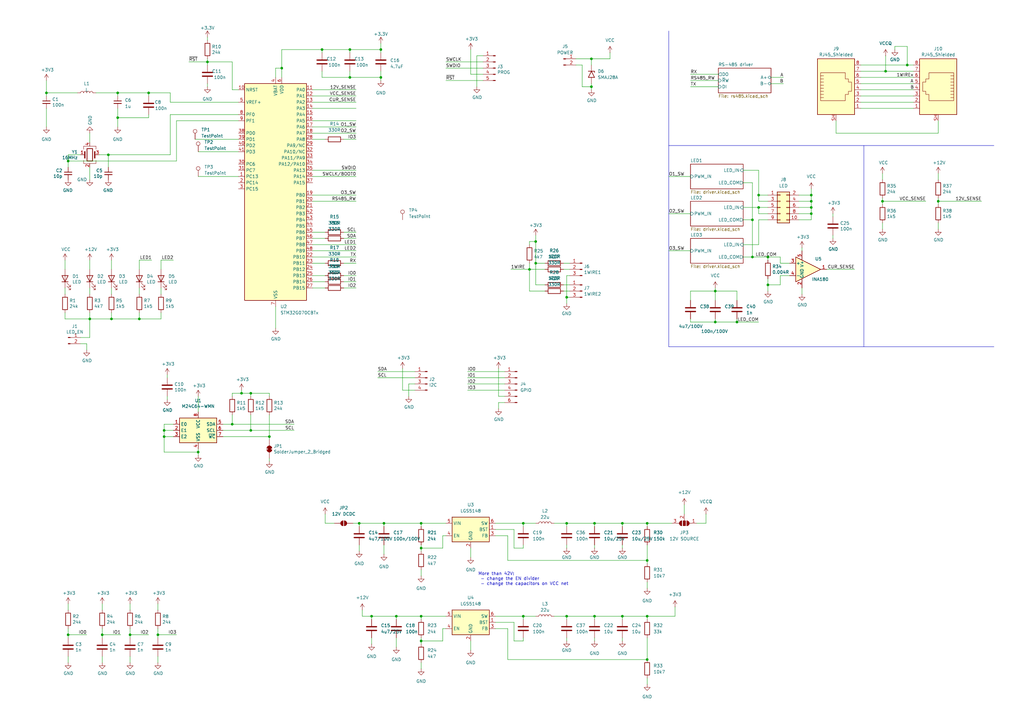
<source format=kicad_sch>
(kicad_sch (version 20231120) (generator "eeschema") (generator_version "8.0")
  (paper "A3")
  (junction (at 60.96 38.1))
  (junction (at 143.51 31.75))
  (junction (at 361.95 82.55))
  (junction (at 53.34 260.35))
  (junction (at 172.72 252.73))
  (junction (at 242.57 35.56))
  (junction (at 314.96 116.84))
  (junction (at 311.15 85.09))
  (junction (at 314.96 105.41))
  (junction (at 162.56 252.73))
  (junction (at 217.17 110.49))
  (junction (at 81.28 185.42))
  (junction (at 27.94 260.35))
  (junction (at 102.87 176.53))
  (junction (at 156.21 20.32))
  (junction (at 232.41 214.63))
  (junction (at 102.87 161.29))
  (junction (at 243.84 214.63))
  (junction (at 308.61 105.41))
  (junction (at 243.84 252.73))
  (junction (at 36.83 130.81))
  (junction (at 172.72 214.63))
  (junction (at 311.15 80.01))
  (junction (at 384.81 82.55))
  (junction (at 156.21 31.75))
  (junction (at 308.61 90.17))
  (junction (at 85.09 25.4))
  (junction (at 363.22 29.21))
  (junction (at 232.41 121.92))
  (junction (at 255.27 252.73))
  (junction (at 255.27 214.63))
  (junction (at 214.63 252.73))
  (junction (at 64.77 260.35))
  (junction (at 302.26 132.08))
  (junction (at 143.51 20.32))
  (junction (at 48.26 48.26))
  (junction (at 332.74 82.55))
  (junction (at 219.71 99.06))
  (junction (at 332.74 87.63))
  (junction (at 332.74 80.01))
  (junction (at 152.4 252.73))
  (junction (at 372.11 26.67))
  (junction (at 172.72 224.79))
  (junction (at 332.74 85.09))
  (junction (at 293.37 132.08))
  (junction (at 232.41 252.73))
  (junction (at 67.31 179.07))
  (junction (at 265.43 252.73))
  (junction (at 110.49 179.07))
  (junction (at 293.37 119.38))
  (junction (at 41.91 260.35))
  (junction (at 132.08 20.32))
  (junction (at 95.25 173.99))
  (junction (at 57.15 130.81))
  (junction (at 214.63 214.63))
  (junction (at 45.72 130.81))
  (junction (at 265.43 270.51))
  (junction (at 172.72 262.89))
  (junction (at 219.71 107.95))
  (junction (at 265.43 214.63))
  (junction (at 242.57 24.13))
  (junction (at 99.06 161.29))
  (junction (at 19.05 38.1))
  (junction (at 48.26 38.1))
  (junction (at 147.32 214.63))
  (junction (at 27.94 66.04))
  (junction (at 44.45 63.5))
  (junction (at 67.31 176.53))
  (junction (at 157.48 214.63))
  (junction (at 265.43 229.87))
  (junction (at 115.57 27.94))
  (wire (pts (xy 113.03 31.75) (xy 113.03 27.94)))
  (wire (pts (xy 265.43 278.13) (xy 265.43 280.67)))
  (wire (pts (xy 146.05 107.95) (xy 140.97 107.95)))
  (wire (pts (xy 219.71 96.52) (xy 219.71 99.06)))
  (wire (pts (xy 132.08 20.32) (xy 143.51 20.32)))
  (wire (pts (xy 146.05 52.07) (xy 128.27 52.07)))
  (wire (pts (xy 95.25 36.83) (xy 97.79 36.83)))
  (wire (pts (xy 293.37 119.38) (xy 283.21 119.38)))
  (wire (pts (xy 214.63 262.89) (xy 214.63 261.62)))
  (wire (pts (xy 243.84 261.62) (xy 243.84 262.89)))
  (wire (pts (xy 66.04 128.27) (xy 66.04 130.81)))
  (wire (pts (xy 361.95 82.55) (xy 379.73 82.55)))
  (wire (pts (xy 48.26 44.45) (xy 48.26 48.26)))
  (wire (pts (xy 223.52 116.84) (xy 219.71 116.84)))
  (wire (pts (xy 289.56 210.82) (xy 289.56 214.63)))
  (polyline (pts (xy 407.67 59.69) (xy 274.32 59.69)))
  (wire (pts (xy 208.28 270.51) (xy 265.43 270.51)))
  (wire (pts (xy 41.91 269.24) (xy 41.91 271.78)))
  (wire (pts (xy 146.05 39.37) (xy 128.27 39.37)))
  (wire (pts (xy 19.05 39.37) (xy 19.05 38.1)))
  (wire (pts (xy 67.31 173.99) (xy 67.31 176.53)))
  (wire (pts (xy 198.12 33.02) (xy 182.88 33.02)))
  (wire (pts (xy 384.81 71.12) (xy 384.81 73.66)))
  (wire (pts (xy 57.15 106.68) (xy 62.23 106.68)))
  (wire (pts (xy 35.56 140.97) (xy 35.56 143.51)))
  (wire (pts (xy 283.21 119.38) (xy 283.21 123.19)))
  (wire (pts (xy 172.72 224.79) (xy 172.72 226.06)))
  (wire (pts (xy 57.15 130.81) (xy 57.15 128.27)))
  (wire (pts (xy 208.28 229.87) (xy 265.43 229.87)))
  (wire (pts (xy 341.63 87.63) (xy 341.63 88.9)))
  (wire (pts (xy 203.2 219.71) (xy 208.28 219.71)))
  (wire (pts (xy 102.87 162.56) (xy 102.87 161.29)))
  (wire (pts (xy 302.26 132.08) (xy 311.15 132.08)))
  (wire (pts (xy 311.15 85.09) (xy 314.96 85.09)))
  (wire (pts (xy 27.94 66.04) (xy 27.94 63.5)))
  (wire (pts (xy 162.56 252.73) (xy 172.72 252.73)))
  (wire (pts (xy 203.2 255.27) (xy 210.82 255.27)))
  (wire (pts (xy 128.27 102.87) (xy 146.05 102.87)))
  (wire (pts (xy 172.72 271.78) (xy 172.72 274.32)))
  (wire (pts (xy 332.74 87.63) (xy 332.74 90.17)))
  (wire (pts (xy 27.94 260.35) (xy 27.94 261.62)))
  (wire (pts (xy 133.35 97.79) (xy 128.27 97.79)))
  (wire (pts (xy 232.41 121.92) (xy 233.68 121.92)))
  (wire (pts (xy 85.09 25.4) (xy 95.25 25.4)))
  (wire (pts (xy 363.22 29.21) (xy 374.65 29.21)))
  (wire (pts (xy 27.94 257.81) (xy 27.94 260.35)))
  (wire (pts (xy 293.37 130.81) (xy 293.37 132.08)))
  (wire (pts (xy 156.21 20.32) (xy 156.21 21.59)))
  (wire (pts (xy 133.35 107.95) (xy 128.27 107.95)))
  (wire (pts (xy 283.21 130.81) (xy 283.21 132.08)))
  (wire (pts (xy 91.44 176.53) (xy 102.87 176.53)))
  (wire (pts (xy 147.32 215.9) (xy 147.32 214.63)))
  (wire (pts (xy 97.79 49.53) (xy 72.39 49.53)))
  (wire (pts (xy 242.57 35.56) (xy 242.57 36.83)))
  (wire (pts (xy 302.26 132.08) (xy 293.37 132.08)))
  (wire (pts (xy 236.22 26.67) (xy 238.76 26.67)))
  (wire (pts (xy 232.41 113.03) (xy 233.68 113.03)))
  (wire (pts (xy 214.63 214.63) (xy 219.71 214.63)))
  (wire (pts (xy 265.43 254) (xy 265.43 252.73)))
  (wire (pts (xy 223.52 107.95) (xy 219.71 107.95)))
  (wire (pts (xy 181.61 257.81) (xy 181.61 262.89)))
  (wire (pts (xy 133.35 115.57) (xy 128.27 115.57)))
  (wire (pts (xy 311.15 82.55) (xy 314.96 82.55)))
  (wire (pts (xy 231.14 107.95) (xy 233.68 107.95)))
  (wire (pts (xy 203.2 217.17) (xy 210.82 217.17)))
  (wire (pts (xy 332.74 77.47) (xy 332.74 80.01)))
  (wire (pts (xy 302.26 123.19) (xy 302.26 119.38)))
  (wire (pts (xy 95.25 173.99) (xy 120.65 173.99)))
  (wire (pts (xy 162.56 252.73) (xy 162.56 254)))
  (wire (pts (xy 156.21 29.21) (xy 156.21 31.75)))
  (wire (pts (xy 48.26 39.37) (xy 48.26 38.1)))
  (wire (pts (xy 19.05 44.45) (xy 19.05 52.07)))
  (wire (pts (xy 172.72 223.52) (xy 172.72 224.79)))
  (wire (pts (xy 102.87 176.53) (xy 120.65 176.53)))
  (wire (pts (xy 193.04 262.89) (xy 193.04 266.7)))
  (wire (pts (xy 198.12 25.4) (xy 182.88 25.4)))
  (wire (pts (xy 146.05 95.25) (xy 140.97 95.25)))
  (wire (pts (xy 68.58 153.67) (xy 68.58 154.94)))
  (wire (pts (xy 233.68 110.49) (xy 231.14 110.49)))
  (wire (pts (xy 60.96 48.26) (xy 60.96 46.99)))
  (wire (pts (xy 210.82 262.89) (xy 214.63 262.89)))
  (wire (pts (xy 242.57 24.13) (xy 250.19 24.13)))
  (wire (pts (xy 133.35 214.63) (xy 133.35 210.82)))
  (wire (pts (xy 133.35 113.03) (xy 128.27 113.03)))
  (wire (pts (xy 214.63 252.73) (xy 219.71 252.73)))
  (wire (pts (xy 265.43 231.14) (xy 265.43 229.87)))
  (wire (pts (xy 207.01 157.48) (xy 191.77 157.48)))
  (wire (pts (xy 146.05 72.39) (xy 128.27 72.39)))
  (wire (pts (xy 219.71 99.06) (xy 219.71 107.95)))
  (wire (pts (xy 311.15 100.33) (xy 311.15 90.17)))
  (wire (pts (xy 156.21 31.75) (xy 156.21 33.02)))
  (polyline (pts (xy 274.32 142.24) (xy 407.67 142.24)))
  (wire (pts (xy 95.25 161.29) (xy 95.25 162.56)))
  (wire (pts (xy 170.18 160.02) (xy 165.1 160.02)))
  (wire (pts (xy 232.41 113.03) (xy 232.41 121.92)))
  (wire (pts (xy 255.27 252.73) (xy 265.43 252.73)))
  (wire (pts (xy 66.04 110.49) (xy 66.04 106.68)))
  (wire (pts (xy 238.76 26.67) (xy 238.76 35.56)))
  (wire (pts (xy 276.86 248.92) (xy 276.86 252.73)))
  (wire (pts (xy 148.59 250.19) (xy 148.59 252.73)))
  (wire (pts (xy 26.67 120.65) (xy 26.67 118.11)))
  (wire (pts (xy 353.06 41.91) (xy 374.65 41.91)))
  (wire (pts (xy 361.95 81.28) (xy 361.95 82.55)))
  (wire (pts (xy 27.94 66.04) (xy 27.94 68.58)))
  (wire (pts (xy 308.61 74.93) (xy 308.61 90.17)))
  (wire (pts (xy 214.63 224.79) (xy 214.63 223.52)))
  (wire (pts (xy 81.28 184.15) (xy 81.28 185.42)))
  (wire (pts (xy 265.43 223.52) (xy 265.43 229.87)))
  (wire (pts (xy 165.1 160.02) (xy 165.1 151.13)))
  (wire (pts (xy 170.18 157.48) (xy 167.64 157.48)))
  (wire (pts (xy 304.8 69.85) (xy 311.15 69.85)))
  (wire (pts (xy 302.26 130.81) (xy 302.26 132.08)))
  (wire (pts (xy 27.94 269.24) (xy 27.94 271.78)))
  (wire (pts (xy 147.32 223.52) (xy 147.32 226.06)))
  (wire (pts (xy 236.22 24.13) (xy 242.57 24.13)))
  (wire (pts (xy 85.09 15.24) (xy 85.09 16.51)))
  (wire (pts (xy 53.34 247.65) (xy 53.34 250.19)))
  (wire (pts (xy 367.03 20.32) (xy 367.03 19.05)))
  (wire (pts (xy 60.96 38.1) (xy 69.85 38.1)))
  (wire (pts (xy 311.15 80.01) (xy 314.96 80.01)))
  (wire (pts (xy 332.74 85.09) (xy 332.74 87.63)))
  (wire (pts (xy 36.83 54.61) (xy 36.83 58.42)))
  (wire (pts (xy 36.83 73.66) (xy 36.83 68.58)))
  (wire (pts (xy 181.61 219.71) (xy 181.61 224.79)))
  (wire (pts (xy 341.63 96.52) (xy 341.63 97.79)))
  (wire (pts (xy 69.85 63.5) (xy 69.85 46.99)))
  (wire (pts (xy 320.04 113.03) (xy 320.04 116.84)))
  (wire (pts (xy 146.05 113.03) (xy 140.97 113.03)))
  (wire (pts (xy 293.37 118.11) (xy 293.37 119.38)))
  (wire (pts (xy 19.05 33.02) (xy 19.05 38.1)))
  (wire (pts (xy 77.47 25.4) (xy 85.09 25.4)))
  (wire (pts (xy 33.02 63.5) (xy 27.94 63.5)))
  (wire (pts (xy 191.77 160.02) (xy 207.01 160.02)))
  (wire (pts (xy 53.34 260.35) (xy 53.34 261.62)))
  (wire (pts (xy 71.12 179.07) (xy 67.31 179.07)))
  (wire (pts (xy 293.37 132.08) (xy 283.21 132.08)))
  (wire (pts (xy 45.72 120.65) (xy 45.72 118.11)))
  (wire (pts (xy 217.17 119.38) (xy 217.17 110.49)))
  (wire (pts (xy 193.04 30.48) (xy 198.12 30.48)))
  (wire (pts (xy 265.43 238.76) (xy 265.43 241.3)))
  (wire (pts (xy 44.45 63.5) (xy 40.64 63.5)))
  (wire (pts (xy 214.63 252.73) (xy 214.63 254)))
  (wire (pts (xy 384.81 81.28) (xy 384.81 82.55)))
  (wire (pts (xy 265.43 214.63) (xy 275.59 214.63)))
  (wire (pts (xy 152.4 252.73) (xy 162.56 252.73)))
  (wire (pts (xy 140.97 57.15) (xy 146.05 57.15)))
  (wire (pts (xy 26.67 110.49) (xy 26.67 106.68)))
  (polyline (pts (xy 274.32 12.7) (xy 274.32 59.69)))
  (wire (pts (xy 304.8 85.09) (xy 311.15 85.09)))
  (wire (pts (xy 99.06 161.29) (xy 95.25 161.29)))
  (wire (pts (xy 102.87 161.29) (xy 99.06 161.29)))
  (wire (pts (xy 308.61 90.17) (xy 308.61 105.41)))
  (wire (pts (xy 27.94 260.35) (xy 35.56 260.35)))
  (wire (pts (xy 283.21 87.63) (xy 274.32 87.63)))
  (wire (pts (xy 113.03 134.62) (xy 113.03 125.73)))
  (wire (pts (xy 255.27 214.63) (xy 255.27 215.9)))
  (wire (pts (xy 148.59 252.73) (xy 152.4 252.73)))
  (wire (pts (xy 64.77 260.35) (xy 72.39 260.35)))
  (wire (pts (xy 64.77 257.81) (xy 64.77 260.35)))
  (wire (pts (xy 67.31 176.53) (xy 67.31 179.07)))
  (wire (pts (xy 384.81 82.55) (xy 402.59 82.55)))
  (wire (pts (xy 204.47 165.1) (xy 204.47 167.64)))
  (wire (pts (xy 152.4 261.62) (xy 152.4 264.16)))
  (wire (pts (xy 39.37 38.1) (xy 48.26 38.1)))
  (wire (pts (xy 311.15 69.85) (xy 311.15 80.01)))
  (polyline (pts (xy 354.33 59.69) (xy 354.33 142.24)))
  (wire (pts (xy 327.66 80.01) (xy 332.74 80.01)))
  (wire (pts (xy 320.04 105.41) (xy 314.96 105.41)))
  (wire (pts (xy 172.72 233.68) (xy 172.72 236.22)))
  (wire (pts (xy 204.47 151.13) (xy 204.47 162.56)))
  (wire (pts (xy 170.18 152.4) (xy 154.94 152.4)))
  (wire (pts (xy 68.58 162.56) (xy 68.58 163.83)))
  (wire (pts (xy 170.18 154.94) (xy 154.94 154.94)))
  (wire (pts (xy 332.74 80.01) (xy 332.74 82.55)))
  (wire (pts (xy 81.28 72.39) (xy 97.79 72.39)))
  (wire (pts (xy 353.06 26.67) (xy 372.11 26.67)))
  (wire (pts (xy 110.49 179.07) (xy 110.49 180.34)))
  (wire (pts (xy 66.04 106.68) (xy 71.12 106.68)))
  (wire (pts (xy 36.83 130.81) (xy 45.72 130.81)))
  (wire (pts (xy 367.03 19.05) (xy 372.11 19.05)))
  (wire (pts (xy 342.9 49.53) (xy 342.9 54.61)))
  (wire (pts (xy 132.08 20.32) (xy 132.08 21.59)))
  (wire (pts (xy 223.52 110.49) (xy 217.17 110.49)))
  (wire (pts (xy 41.91 257.81) (xy 41.91 260.35)))
  (wire (pts (xy 265.43 252.73) (xy 276.86 252.73)))
  (wire (pts (xy 232.41 223.52) (xy 232.41 224.79)))
  (wire (pts (xy 361.95 82.55) (xy 361.95 83.82)))
  (wire (pts (xy 110.49 187.96) (xy 110.49 189.23)))
  (wire (pts (xy 316.23 31.75) (xy 321.31 31.75)))
  (wire (pts (xy 128.27 41.91) (xy 146.05 41.91)))
  (wire (pts (xy 66.04 120.65) (xy 66.04 118.11)))
  (wire (pts (xy 372.11 26.67) (xy 374.65 26.67)))
  (wire (pts (xy 95.25 170.18) (xy 95.25 173.99)))
  (wire (pts (xy 31.75 38.1) (xy 19.05 38.1)))
  (wire (pts (xy 64.77 269.24) (xy 64.77 271.78)))
  (wire (pts (xy 198.12 22.86) (xy 195.58 22.86)))
  (wire (pts (xy 172.72 214.63) (xy 172.72 215.9)))
  (wire (pts (xy 243.84 214.63) (xy 243.84 215.9)))
  (wire (pts (xy 232.41 121.92) (xy 232.41 124.46)))
  (wire (pts (xy 133.35 118.11) (xy 128.27 118.11)))
  (wire (pts (xy 265.43 215.9) (xy 265.43 214.63)))
  (wire (pts (xy 53.34 260.35) (xy 60.96 260.35)))
  (wire (pts (xy 128.27 44.45) (xy 146.05 44.45)))
  (wire (pts (xy 143.51 20.32) (xy 156.21 20.32)))
  (wire (pts (xy 181.61 224.79) (xy 172.72 224.79)))
  (wire (pts (xy 69.85 41.91) (xy 97.79 41.91)))
  (wire (pts (xy 48.26 38.1) (xy 60.96 38.1)))
  (wire (pts (xy 243.84 214.63) (xy 255.27 214.63)))
  (wire (pts (xy 316.23 34.29) (xy 321.31 34.29)))
  (wire (pts (xy 156.21 17.78) (xy 156.21 20.32)))
  (wire (pts (xy 36.83 138.43) (xy 33.02 138.43)))
  (wire (pts (xy 113.03 27.94) (xy 115.57 27.94)))
  (wire (pts (xy 327.66 85.09) (xy 332.74 85.09)))
  (wire (pts (xy 27.94 66.04) (xy 72.39 66.04)))
  (wire (pts (xy 214.63 214.63) (xy 214.63 215.9)))
  (wire (pts (xy 146.05 69.85) (xy 128.27 69.85)))
  (wire (pts (xy 102.87 170.18) (xy 102.87 176.53)))
  (wire (pts (xy 283.21 72.39) (xy 274.32 72.39)))
  (wire (pts (xy 311.15 90.17) (xy 314.96 90.17)))
  (wire (pts (xy 203.2 257.81) (xy 208.28 257.81)))
  (wire (pts (xy 327.66 82.55) (xy 332.74 82.55)))
  (wire (pts (xy 162.56 261.62) (xy 162.56 265.43)))
  (wire (pts (xy 233.68 119.38) (xy 231.14 119.38)))
  (wire (pts (xy 243.84 252.73) (xy 255.27 252.73)))
  (wire (pts (xy 255.27 252.73) (xy 255.27 254)))
  (wire (pts (xy 152.4 254) (xy 152.4 252.73)))
  (wire (pts (xy 311.15 87.63) (xy 311.15 85.09)))
  (wire (pts (xy 143.51 31.75) (xy 156.21 31.75)))
  (wire (pts (xy 133.35 95.25) (xy 128.27 95.25)))
  (wire (pts (xy 64.77 247.65) (xy 64.77 250.19)))
  (wire (pts (xy 320.04 107.95) (xy 320.04 105.41)))
  (wire (pts (xy 353.06 39.37) (xy 374.65 39.37)))
  (wire (pts (xy 172.72 261.62) (xy 172.72 262.89)))
  (wire (pts (xy 57.15 110.49) (xy 57.15 106.68)))
  (wire (pts (xy 99.06 161.29) (xy 99.06 160.02)))
  (wire (pts (xy 314.96 87.63) (xy 311.15 87.63)))
  (wire (pts (xy 157.48 214.63) (xy 157.48 215.9)))
  (wire (pts (xy 81.28 185.42) (xy 81.28 186.69)))
  (wire (pts (xy 147.32 214.63) (xy 157.48 214.63)))
  (wire (pts (xy 67.31 185.42) (xy 81.28 185.42)))
  (wire (pts (xy 203.2 214.63) (xy 214.63 214.63)))
  (wire (pts (xy 314.96 105.41) (xy 314.96 106.68)))
  (wire (pts (xy 314.96 105.41) (xy 308.61 105.41)))
  (wire (pts (xy 146.05 105.41) (xy 128.27 105.41)))
  (wire (pts (xy 353.06 34.29) (xy 374.65 34.29)))
  (wire (pts (xy 207.01 154.94) (xy 191.77 154.94)))
  (wire (pts (xy 323.85 107.95) (xy 320.04 107.95)))
  (wire (pts (xy 81.28 168.91) (xy 81.28 162.56)))
  (wire (pts (xy 115.57 20.32) (xy 132.08 20.32)))
  (wire (pts (xy 53.34 269.24) (xy 53.34 271.78)))
  (wire (pts (xy 217.17 107.95) (xy 217.17 110.49)))
  (wire (pts (xy 250.19 21.59) (xy 250.19 24.13)))
  (wire (pts (xy 353.06 29.21) (xy 363.22 29.21)))
  (wire (pts (xy 80.01 57.15) (xy 97.79 57.15)))
  (wire (pts (xy 384.81 91.44) (xy 384.81 93.98)))
  (wire (pts (xy 36.83 120.65) (xy 36.83 118.11)))
  (wire (pts (xy 41.91 247.65) (xy 41.91 250.19)))
  (wire (pts (xy 361.95 71.12) (xy 361.95 73.66)))
  (wire (pts (xy 64.77 260.35) (xy 64.77 261.62)))
  (wire (pts (xy 361.95 91.44) (xy 361.95 93.98)))
  (wire (pts (xy 69.85 46.99) (xy 97.79 46.99)))
  (wire (pts (xy 311.15 80.01) (xy 311.15 82.55)))
  (wire (pts (xy 146.05 54.61) (xy 128.27 54.61)))
  (wire (pts (xy 203.2 252.73) (xy 214.63 252.73)))
  (wire (pts (xy 146.05 115.57) (xy 140.97 115.57)))
  (wire (pts (xy 172.72 214.63) (xy 182.88 214.63)))
  (wire (pts (xy 26.67 130.81) (xy 36.83 130.81)))
  (wire (pts (xy 223.52 119.38) (xy 217.17 119.38)))
  (wire (pts (xy 172.72 252.73) (xy 172.72 254)))
  (wire (pts (xy 45.72 130.81) (xy 57.15 130.81)))
  (wire (pts (xy 255.27 223.52) (xy 255.27 224.79)))
  (wire (pts (xy 128.27 57.15) (xy 133.35 57.15)))
  (wire (pts (xy 146.05 49.53) (xy 128.27 49.53)))
  (wire (pts (xy 67.31 179.07) (xy 67.31 185.42)))
  (wire (pts (xy 36.83 130.81) (xy 36.83 138.43)))
  (wire (pts (xy 172.72 262.89) (xy 172.72 264.16)))
  (wire (pts (xy 328.93 102.87) (xy 328.93 101.6)))
  (wire (pts (xy 157.48 223.52) (xy 157.48 227.33)))
  (wire (pts (xy 36.83 128.27) (xy 36.83 130.81)))
  (wire (pts (xy 384.81 54.61) (xy 384.81 49.53)))
  (wire (pts (xy 146.05 36.83) (xy 128.27 36.83)))
  (wire (pts (xy 243.84 252.73) (xy 243.84 254)))
  (wire (pts (xy 71.12 176.53) (xy 67.31 176.53)))
  (wire (pts (xy 353.06 44.45) (xy 374.65 44.45)))
  (wire (pts (xy 33.02 140.97) (xy 35.56 140.97)))
  (wire (pts (xy 332.74 90.17) (xy 327.66 90.17)))
  (wire (pts (xy 132.08 31.75) (xy 143.51 31.75)))
  (wire (pts (xy 110.49 161.29) (xy 110.49 162.56)))
  (wire (pts (xy 328.93 118.11) (xy 328.93 120.65)))
  (wire (pts (xy 231.14 116.84) (xy 233.68 116.84)))
  (wire (pts (xy 353.06 36.83) (xy 374.65 36.83)))
  (wire (pts (xy 283.21 102.87) (xy 274.32 102.87)))
  (wire (pts (xy 209.55 110.49) (xy 217.17 110.49)))
  (wire (pts (xy 45.72 128.27) (xy 45.72 130.81)))
  (wire (pts (xy 283.21 33.02) (xy 294.64 33.02)))
  (wire (pts (xy 172.72 252.73) (xy 182.88 252.73)))
  (wire (pts (xy 227.33 214.63) (xy 232.41 214.63)))
  (wire (pts (xy 85.09 34.29) (xy 85.09 35.56)))
  (wire (pts (xy 217.17 100.33) (xy 217.17 99.06)))
  (wire (pts (xy 193.04 20.32) (xy 193.04 30.48)))
  (wire (pts (xy 342.9 54.61) (xy 384.81 54.61)))
  (wire (pts (xy 198.12 27.94) (xy 182.88 27.94)))
  (wire (pts (xy 207.01 165.1) (xy 204.47 165.1)))
  (wire (pts (xy 110.49 170.18) (xy 110.49 179.07)))
  (wire (pts (xy 304.8 105.41) (xy 308.61 105.41)))
  (wire (pts (xy 182.88 257.81) (xy 181.61 257.81)))
  (wire (pts (xy 283.21 35.56) (xy 294.64 35.56)))
  (wire (pts (xy 243.84 223.52) (xy 243.84 224.79)))
  (wire (pts (xy 146.05 82.55) (xy 128.27 82.55)))
  (wire (pts (xy 27.94 247.65) (xy 27.94 250.19)))
  (wire (pts (xy 71.12 173.99) (xy 67.31 173.99)))
  (wire (pts (xy 102.87 161.29) (xy 110.49 161.29)))
  (wire (pts (xy 304.8 100.33) (xy 311.15 100.33)))
  (wire (pts (xy 339.09 110.49) (xy 350.52 110.49)))
  (wire (pts (xy 85.09 25.4) (xy 85.09 26.67)))
  (wire (pts (xy 314.96 116.84) (xy 314.96 119.38)))
  (wire (pts (xy 219.71 116.84) (xy 219.71 107.95)))
  (wire (pts (xy 157.48 214.63) (xy 172.72 214.63)))
  (wire (pts (xy 45.72 110.49) (xy 45.72 106.68)))
  (wire (pts (xy 143.51 29.21) (xy 143.51 31.75)))
  (wire (pts (xy 320.04 116.84) (xy 314.96 116.84)))
  (wire (pts (xy 210.82 255.27) (xy 210.82 262.89)))
  (wire (pts (xy 132.08 29.21) (xy 132.08 31.75)))
  (wire (pts (xy 283.21 30.48) (xy 294.64 30.48)))
  (wire (pts (xy 41.91 260.35) (xy 49.53 260.35)))
  (wire (pts (xy 115.57 27.94) (xy 115.57 31.75)))
  (wire (pts (xy 323.85 113.03) (xy 320.04 113.03)))
  (wire (pts (xy 182.88 219.71) (xy 181.61 219.71)))
  (wire (pts (xy 143.51 20.32) (xy 143.51 21.59)))
  (wire (pts (xy 210.82 224.79) (xy 214.63 224.79)))
  (wire (pts (xy 167.64 157.48) (xy 167.64 162.56)))
  (wire (pts (xy 353.06 31.75) (xy 374.65 31.75)))
  (wire (pts (xy 115.57 20.32) (xy 115.57 27.94)))
  (wire (pts (xy 81.28 62.23) (xy 97.79 62.23)))
  (wire (pts (xy 217.17 99.06) (xy 219.71 99.06)))
  (wire (pts (xy 53.34 257.81) (xy 53.34 260.35)))
  (wire (pts (xy 144.78 214.63) (xy 147.32 214.63)))
  (wire (pts (xy 210.82 217.17) (xy 210.82 224.79)))
  (wire (pts (xy 85.09 24.13) (xy 85.09 25.4)))
  (wire (pts (xy 208.28 219.71) (xy 208.28 229.87)))
  (wire (pts (xy 255.27 261.62) (xy 255.27 262.89)))
  (wire (pts (xy 57.15 120.65) (xy 57.15 118.11)))
  (wire (pts (xy 227.33 252.73) (xy 232.41 252.73)))
  (wire (pts (xy 66.04 130.81) (xy 57.15 130.81)))
  (wire (pts (xy 265.43 261.62) (xy 265.43 270.51)))
  (wire (pts (xy 232.41 214.63) (xy 232.41 215.9)))
  (wire (pts (xy 36.83 110.49) (xy 36.83 106.68)))
  (wire (pts (xy 384.81 82.55) (xy 384.81 83.82)))
  (wire (pts (xy 146.05 80.01) (xy 128.27 80.01)))
  (wire (pts (xy 232.41 252.73) (xy 232.41 254)))
  (wire (pts (xy 48.26 48.26) (xy 48.26 52.07)))
  (wire (pts (xy 95.25 25.4) (xy 95.25 36.83)))
  (wire (pts (xy 44.45 63.5) (xy 69.85 63.5)))
  (wire (pts (xy 255.27 214.63) (xy 265.43 214.63)))
  (wire (pts (xy 280.67 207.01) (xy 280.67 210.82)))
  (wire (pts (xy 304.8 74.93) (xy 308.61 74.93)))
  (wire (pts (xy 289.56 214.63) (xy 285.75 214.63)))
  (wire (pts (xy 232.41 261.62) (xy 232.41 262.89)))
  (wire (pts (xy 242.57 34.29) (xy 242.57 35.56)))
  (wire (pts (xy 69.85 38.1) (xy 69.85 41.91)))
  (wire (pts (xy 146.05 97.79) (xy 140.97 97.79)))
  (wire (pts (xy 332.74 82.55) (xy 332.74 85.09)))
  (wire (pts (xy 193.04 224.79) (xy 193.04 228.6)))
  (wire (pts (xy 146.05 118.11) (xy 140.97 118.11)))
  (wire (pts (xy 60.96 48.26) (xy 48.26 48.26)))
  (wire (pts (xy 304.8 90.17) (xy 308.61 90.17)))
  (wire (pts (xy 238.76 35.56) (xy 242.57 35.56)))
  (wire (pts (xy 91.44 179.07) (xy 110.49 179.07)))
  (wire (pts (xy 204.47 162.56) (xy 207.01 162.56)))
  (wire (pts (xy 208.28 257.81) (xy 208.28 270.51)))
  (wire (pts (xy 91.44 173.99) (xy 95.25 173.99)))
  (wire (pts (xy 207.01 152.4) (xy 191.77 152.4)))
  (wire (pts (xy 363.22 22.86) (xy 363.22 29.21)))
  (wire (pts (xy 60.96 38.1) (xy 60.96 39.37)))
  (wire (pts (xy 293.37 119.38) (xy 293.37 123.19)))
  (wire (pts (xy 372.11 19.05) (xy 372.11 26.67)))
  (wire (pts (xy 195.58 22.86) (xy 195.58 35.56)))
  (wire (pts (xy 242.57 24.13) (xy 242.57 26.67)))
  (wire (pts (xy 327.66 87.63) (xy 332.74 87.63)))
  (wire (pts (xy 302.26 119.38) (xy 293.37 119.38)))
  (wire (pts (xy 137.16 214.63) (xy 133.35 214.63)))
  (wire (pts (xy 314.96 114.3) (xy 314.96 116.84)))
  (wire (pts (xy 26.67 128.27) (xy 26.67 130.81)))
  (wire (pts (xy 41.91 260.35) (xy 41.91 261.62)))
  (wire (pts (xy 172.72 262.89) (xy 181.61 262.89)))
  (wire (pts (xy 232.41 214.63) (xy 243.84 214.63)))
  (wire (pts (xy 44.45 63.5) (xy 44.45 68.58)))
  (wire (pts (xy 232.41 252.73) (xy 243.84 252.73)))
  (polyline (pts (xy 274.32 59.69) (xy 274.32 142.24)))
  (wire (pts (xy 72.39 49.53) (xy 72.39 66.04)))
  (wire (pts (xy 128.27 100.33) (xy 146.05 100.33)))
  (text "More than 42V:\n - change the EN divider\n - change the capacitors on VCC net" (at 196.088 237.49 0) (effects (font (size 1.27 1.27)) (justify left)))
  (label "IO2" (at 191.77 157.48 0))
  (label "O3_SW" (at 274.32 102.87 0))
  (label "SDA" (at 120.65 173.99 180))
  (label "SCL" (at 146.05 95.25 180))
  (label "TX" (at 146.05 105.41 180))
  (label "IO1" (at 146.05 115.57 180))
  (label "IO3" (at 72.39 260.35 180))
  (label "SWDIO" (at 182.88 27.94 0))
  (label "LED2" (at 146.05 102.87 180))
  (label "SWDIO" (at 146.05 69.85 180))
  (label "LED1" (at 146.05 100.33 180))
  (label "IO2" (at 146.05 118.11 180))
  (label "TX" (at 283.21 35.56 0))
  (label "IO0" (at 191.77 152.4 0))
  (label "SDA" (at 154.94 152.4 0))
  (label "CUR_SENSE" (at 146.05 41.91 180))
  (label "O3_SW" (at 146.05 80.01 180))
  (label "O2_SW" (at 146.05 54.61 180))
  (label "SDA" (at 146.05 97.79 180))
  (label "B" (at 373.38 36.83 0))
  (label "O1_SW" (at 274.32 72.39 0))
  (label "CUR_SENSE" (at 350.52 110.49 180))
  (label "IO3" (at 146.05 57.15 180))
  (label "SWCLK" (at 182.88 25.4 0))
  (label "VCC_SENSE" (at 146.05 39.37 180))
  (label "12V_SENSE" (at 146.05 36.83 180))
  (label "VCC_SENSE" (at 379.73 82.55 180))
  (label "IO2" (at 60.96 260.35 180))
  (label "RS485_RW" (at 146.05 82.55 180))
  (label "SCL" (at 154.94 154.94 0))
  (label "SWCLK{slash}BOOT0" (at 146.05 72.39 180))
  (label "RX" (at 283.21 30.48 0))
  (label "RS485_RW" (at 283.21 33.02 0))
  (label "LED_COM" (at 309.88 105.41 0))
  (label "LED2" (at 71.12 106.68 180))
  (label "IO0" (at 146.05 113.03 180))
  (label "A" (at 373.38 34.29 0))
  (label "A" (at 321.31 31.75 180))
  (label "LED_COM" (at 311.15 132.08 180))
  (label "LED1" (at 62.23 106.68 180))
  (label "RX" (at 146.05 107.95 180))
  (label "12V_SENSE" (at 402.59 82.55 180))
  (label "IO1" (at 49.53 260.35 180))
  (label "IO0" (at 35.56 260.35 180))
  (label "IO1" (at 191.77 154.94 0))
  (label "1WIRE" (at 209.55 110.49 0))
  (label "B" (at 321.31 34.29 180))
  (label "SCL" (at 120.65 176.53 180))
  (label "IO3" (at 191.77 160.02 0))
  (label "O1_SW" (at 146.05 52.07 180))
  (label "~{RST}" (at 77.47 25.4 0))
  (label "O2_SW" (at 274.32 87.63 0))
  (label "~{RST}" (at 182.88 33.02 0))
  (label "1WIREx" (at 374.65 31.75 180))
  (symbol (lib_name "GND_1") (lib_id "power:GND") (at 265.43 280.67 0) (unit 1)
    (property "Reference" "#PWR056" (effects (hide yes)))
    (property "Value" "GND" (at 265.43 285.75 0))
    (property "Description" "Power symbol creates a global label with name \"GND\" , ground" (effects (hide yes)))
  )
  (symbol (lib_id "LED_driver2-rescue:+12V-power") (at 36.83 106.68 0) (unit 1)
    (property "Reference" "#PWR010" (effects (hide yes)))
    (property "Value" "+12V" (at 37.211 102.2858 0))
  )
  (symbol (lib_id "Device:C") (at 132.08 25.4 0) (unit 1)
    (property "Reference" "C12" (at 135.89 24.13 0))
    (property "Value" "100n" (at 137.16 26.67 0))
    (property "Footprint" "Capacitor_SMD:C_0603_1608Metric" (effects (hide yes)))
    (property "LCSC" "C14663" (effects (hide yes)))
  )
  (symbol (lib_id "Device:C") (at 41.91 265.43 180) (unit 1)
    (property "Reference" "C4" (at 44.831 264.2616 0) (effects (justify right)))
    (property "Value" "1n" (at 44.831 266.573 0) (effects (justify right)))
    (property "Footprint" "Capacitor_SMD:C_0603_1608Metric" (effects (hide yes)))
    (property "LCSC" "C1588" (effects (hide yes)))
  )
  (symbol (lib_id "led_driver:LGS5148") (at 193.04 217.17 0) (unit 1)
    (property "Reference" "U3" (at 193.04 207.01 0))
    (property "Value" "LGS5148" (at 193.04 209.55 0))
    (property "Footprint" "Package_TO_SOT_SMD:SOT-23-6" (effects (hide yes)))
    (property "Datasheet" "https://wmsc.lcsc.com/wmsc/upload/file/pdf/v2/lcsc/2305121701_Legend-Si-LGS5148LF_C5818956.pdf" (effects (hide yes)))
    (property "Description" "0.6A, 900kHz Buck DC/DC Converter, adjustable output voltage, 4.5-48V input, 0.8-44V output, SOT-23-6" (effects (hide yes)))
  )
  (symbol (lib_id "Connector:Conn_01x06_Pin") (at 212.09 157.48 0) (mirror y) (unit 1)
    (property "Reference" "J4" (at 213.36 157.4799 0) (effects (justify right)))
    (property "Value" "GPIO" (at 213.36 160.0199 0) (effects (justify right)))
    (property "Footprint" "meteopress_footprints:15EDGVC-2.5-06P-14" (effects (hide yes)))
    (property "Description" "Generic connector, single row, 01x06, script generated" (effects (hide yes)))
  )
  (symbol (lib_id "Device:C") (at 64.77 265.43 180) (unit 1)
    (property "Reference" "C9" (at 67.691 264.2616 0) (effects (justify right)))
    (property "Value" "1n" (at 67.691 266.573 0) (effects (justify right)))
    (property "Footprint" "Capacitor_SMD:C_0603_1608Metric" (effects (hide yes)))
    (property "LCSC" "C1588" (effects (hide yes)))
  )
  (symbol (lib_id "Device:R") (at 172.72 219.71 0) (unit 1)
    (property "Reference" "R21" (at 175.26 218.4399 0) (effects (justify left)))
    (property "Value" "24k" (at 175.26 220.9799 0) (effects (justify left)))
    (property "Footprint" "Resistor_SMD:R_0603_1608Metric" (effects (hide yes)))
    (property "Description" "Resistor" (effects (hide yes)))
    (property "LCSC" "C23352" (effects (hide yes)))
  )
  (symbol (lib_id "LED_driver2-rescue:GND-power") (at 314.96 119.38 0) (unit 1)
    (property "Reference" "#PWR060" (effects (hide yes)))
    (property "Value" "GND" (at 315.087 123.7742 0))
  )
  (symbol (lib_name "+3V3_1") (lib_id "power:+3V3") (at 276.86 248.92 0) (unit 1)
    (property "Reference" "#PWR057" (effects (hide yes)))
    (property "Value" "+3V3" (at 276.86 243.84 0))
    (property "Description" "Power symbol creates a global label with name \"+3V3\"" (effects (hide yes)))
  )
  (symbol (lib_id "Device:R") (at 227.33 119.38 90) (unit 1)
    (property "Reference" "R29" (at 227.33 114.2197 90))
    (property "Value" "330R" (at 227.33 116.6439 90))
    (property "Footprint" "Resistor_SMD:R_0603_1608Metric" (effects (hide yes)))
    (property "LCSC" "C23138" (effects (hide yes)))
  )
  (symbol (lib_id "Device:LED") (at 66.04 114.3 90) (unit 1)
    (property "Reference" "D5" (at 69.0372 113.3094 90) (effects (justify right)))
    (property "Value" "LED" (at 69.0372 115.6208 90) (effects (justify right)))
    (property "Footprint" "LED_SMD:LED_0603_1608Metric" (effects (hide yes)))
  )
  (symbol (lib_id "Device:C") (at 162.56 257.81 0) (unit 1)
    (property "Reference" "C18" (at 166.37 256.5399 0) (effects (justify left)))
    (property "Value" "100n" (at 166.37 259.0799 0) (effects (justify left)))
    (property "Footprint" "Capacitor_SMD:C_0603_1608Metric" (effects (hide yes)))
    (property "Description" "Unpolarized capacitor" (effects (hide yes)))
    (property "LCSC" "C14663" (effects (hide yes)))
  )
  (symbol (lib_id "Device:R") (at 227.33 116.84 90) (unit 1)
    (property "Reference" "R28" (at 227.33 111.6797 90))
    (property "Value" "120R" (at 227.33 114.1039 90))
    (property "Footprint" "Resistor_SMD:R_0603_1608Metric" (effects (hide yes)))
    (property "LCSC" "C22787" (effects (hide yes)))
  )
  (symbol (lib_id "Device:R") (at 265.43 274.32 0) (unit 1)
    (property "Reference" "R33" (at 267.97 273.0499 0) (effects (justify left)))
    (property "Value" "10k7" (at 267.97 275.5899 0) (effects (justify left)))
    (property "Footprint" "Resistor_SMD:R_0603_1608Metric" (effects (hide yes)))
    (property "Description" "Resistor" (effects (hide yes)))
  )
  (symbol (lib_id "Device:R") (at 172.72 267.97 0) (unit 1)
    (property "Reference" "R24" (at 175.26 266.6999 0) (effects (justify left)))
    (property "Value" "4k7" (at 175.26 269.2399 0) (effects (justify left)))
    (property "Footprint" "Resistor_SMD:R_0603_1608Metric" (effects (hide yes)))
    (property "Description" "Resistor" (effects (hide yes)))
    (property "LCSC" "C23162" (effects (hide yes)))
  )
  (symbol (lib_id "LED_driver2-rescue:+3V3-power") (at 204.47 151.13 0) (unit 1)
    (property "Reference" "#PWR045" (effects (hide yes)))
    (property "Value" "+3V3" (at 204.851 146.7358 0))
  )
  (symbol (lib_id "LED_driver2-rescue:+3V3-power") (at 165.1 151.13 0) (unit 1)
    (property "Reference" "#PWR037" (effects (hide yes)))
    (property "Value" "+3V3" (at 165.481 146.7358 0))
  )
  (symbol (lib_id "power:GND") (at 27.94 73.66 0) (mirror y) (unit 1)
    (property "Reference" "#PWR04" (effects (hide yes)))
    (property "Value" "GND" (at 27.813 78.0542 0))
  )
  (symbol (lib_id "Device:R") (at 172.72 257.81 0) (unit 1)
    (property "Reference" "R23" (at 175.26 256.5399 0) (effects (justify left)))
    (property "Value" "24k" (at 175.26 259.0799 0) (effects (justify left)))
    (property "Footprint" "Resistor_SMD:R_0603_1608Metric" (effects (hide yes)))
    (property "Description" "Resistor" (effects (hide yes)))
    (property "LCSC" "C23352" (effects (hide yes)))
  )
  (symbol (lib_id "Device:LED") (at 45.72 114.3 90) (unit 1)
    (property "Reference" "D3" (at 48.7172 113.3094 90) (effects (justify right)))
    (property "Value" "LED" (at 48.7172 115.6208 90) (effects (justify right)))
    (property "Footprint" "LED_SMD:LED_0603_1608Metric" (effects (hide yes)))
  )
  (symbol (lib_id "Device:C") (at 243.84 219.71 0) (unit 1)
    (property "Reference" "C21" (at 247.65 218.4399 0) (effects (justify left)))
    (property "Value" "10u/25V" (at 247.65 220.9799 0) (effects (justify left)))
    (property "Footprint" "Capacitor_SMD:C_0805_2012Metric" (effects (hide yes)))
    (property "Description" "Unpolarized capacitor" (effects (hide yes)))
    (property "LCSC" "C440198" (effects (hide yes)))
  )
  (symbol (lib_id "Device:R") (at 137.16 97.79 90) (unit 1)
    (property "Reference" "R16" (at 137.16 91.44 90))
    (property "Value" "330R" (at 137.16 93.98 90))
    (property "Footprint" "Resistor_SMD:R_0603_1608Metric" (effects (hide yes)))
    (property "Description" "Resistor" (effects (hide yes)))
    (property "LCSC" "C23138" (effects (hide yes)))
  )
  (symbol (lib_id "power:VCC") (at 293.37 118.11 0) (unit 1)
    (property "Reference" "#PWR095" (effects (hide yes)))
    (property "Value" "VCC" (at 293.37 113.03 0))
    (property "Description" "Power symbol creates a global label with name \"VCC\"" (effects (hide yes)))
  )
  (symbol (lib_id "Device:C") (at 255.27 219.71 0) (unit 1)
    (property "Reference" "C23" (at 259.08 218.4399 0) (effects (justify left)))
    (property "Value" "10u/25V" (at 259.08 220.9799 0) (effects (justify left)))
    (property "Footprint" "Capacitor_SMD:C_0805_2012Metric" (effects (hide yes)))
    (property "Description" "Unpolarized capacitor" (effects (hide yes)))
    (property "LCSC" "C440198" (effects (hide yes)))
  )
  (symbol (lib_id "Device:C") (at 214.63 219.71 0) (unit 1)
    (property "Reference" "C19" (at 218.44 218.4399 0) (effects (justify left)))
    (property "Value" "100n" (at 218.44 220.9799 0) (effects (justify left)))
    (property "Footprint" "Capacitor_SMD:C_0603_1608Metric" (effects (hide yes)))
    (property "Description" "Unpolarized capacitor" (effects (hide yes)))
    (property "LCSC" "C14663" (effects (hide yes)))
  )
  (symbol (lib_id "LED_driver2-rescue:GND-power") (at 68.58 163.83 0) (unit 1)
    (property "Reference" "#PWR021" (effects (hide yes)))
    (property "Value" "GND" (at 68.707 168.2242 0))
  )
  (symbol (lib_id "power:GND") (at 85.09 35.56 0) (mirror y) (unit 1)
    (property "Reference" "#PWR025" (effects (hide yes)))
    (property "Value" "GND" (at 85.09 40.64 0))
  )
  (symbol (lib_id "power:+3V3") (at 219.71 96.52 0) (unit 1)
    (property "Reference" "#PWR047" (effects (hide yes)))
    (property "Value" "+3V3" (at 219.71 92.3869 0))
  )
  (symbol (lib_id "Device:C") (at 147.32 219.71 0) (unit 1)
    (property "Reference" "C14" (at 151.13 218.4399 0) (effects (justify left)))
    (property "Value" "4u7/100V" (at 151.13 220.9799 0) (effects (justify left)))
    (property "Footprint" "Capacitor_SMD:C_1206_3216Metric" (effects (hide yes)))
    (property "Description" "Unpolarized capacitor" (effects (hide yes)))
    (property "LCSC" "C29823" (effects (hide yes)))
  )
  (symbol (lib_id "Diode:SMAJ28A") (at 242.57 30.48 270) (unit 1)
    (property "Reference" "D6" (at 245.11 29.2099 90) (effects (justify left)))
    (property "Value" "SMAJ28A" (at 245.11 31.7499 90) (effects (justify left)))
    (property "Footprint" "Diode_SMD:D_SMA" (effects (hide yes)))
    (property "Datasheet" "https://www.littelfuse.com/media?resourcetype=datasheets&itemid=75e32973-b177-4ee3-a0ff-cedaf1abdb93&filename=smaj-datasheet" (effects (hide yes)))
    (property "Description" "400W unidirectional Transient Voltage Suppressor, 28.0Vr, SMA(DO-214AC)" (effects (hide yes)))
    (property "LCSC" "C908775" (effects (hide yes)))
  )
  (symbol (lib_id "LED_driver2-rescue:GND-power") (at 110.49 189.23 0) (unit 1)
    (property "Reference" "#PWR027" (effects (hide yes)))
    (property "Value" "GND" (at 110.617 193.6242 0))
  )
  (symbol (lib_id "Device:R") (at 137.16 95.25 90) (unit 1)
    (property "Reference" "R15" (at 137.16 88.9 90))
    (property "Value" "330R" (at 137.16 91.44 90))
    (property "Footprint" "Resistor_SMD:R_0603_1608Metric" (effects (hide yes)))
    (property "Description" "Resistor" (effects (hide yes)))
    (property "LCSC" "C23138" (effects (hide yes)))
  )
  (symbol (lib_id "Connector:TestPoint") (at 81.28 62.23 0) (unit 1)
    (property "Reference" "TP2" (at 83.82 58.293 0) (effects (justify left)))
    (property "Value" "TestPoint" (at 83.82 60.833 0) (effects (justify left)))
    (property "Footprint" "TestPoint:TestPoint_THTPad_D2.0mm_Drill1.0mm" (effects (hide yes)))
    (property "LCSC" "XXXX" (effects (hide yes)))
  )
  (symbol (lib_name "GND_1") (lib_id "power:GND") (at 243.84 262.89 0) (unit 1)
    (property "Reference" "#PWR049" (effects (hide yes)))
    (property "Value" "GND" (at 243.84 267.97 0))
    (property "Description" "Power symbol creates a global label with name \"GND\" , ground" (effects (hide yes)))
  )
  (symbol (lib_id "Device:R") (at 41.91 254 0) (unit 1)
    (property "Reference" "R4" (at 43.688 252.8316 0) (effects (justify left)))
    (property "Value" "24k" (at 43.688 255.143 0) (effects (justify left)))
    (property "Footprint" "Resistor_SMD:R_0603_1608Metric" (effects (hide yes)))
    (property "LCSC" "C23352" (effects (hide yes)))
  )
  (symbol (lib_id "power:VCCQ") (at 363.22 22.86 0) (unit 1)
    (property "Reference" "#PWR067" (effects (hide yes)))
    (property "Value" "VCCQ" (at 363.22 17.78 0))
    (property "Description" "Power symbol creates a global label with name \"VCCQ\"" (effects (hide yes)))
  )
  (symbol (lib_id "Device:L") (at 223.52 252.73 90) (unit 1)
    (property "Reference" "L3" (at 223.52 247.65 90))
    (property "Value" "22u" (at 223.52 250.19 90))
    (property "Footprint" "Inductor_SMD:L_Sunlord_SWPA4030S" (effects (hide yes)))
    (property "Description" "Inductor" (effects (hide yes)))
    (property "LCSC" "C83472" (effects (hide yes)))
  )
  (symbol (lib_id "LED_driver2-rescue:GND-power") (at 41.91 271.78 0) (unit 1)
    (property "Reference" "#PWR012" (effects (hide yes)))
    (property "Value" "GND" (at 42.037 276.1742 0))
  )
  (symbol (lib_id "Device:C") (at 157.48 219.71 0) (unit 1)
    (property "Reference" "C17" (at 161.29 218.4399 0) (effects (justify left)))
    (property "Value" "100n/100V" (at 161.29 220.9799 0) (effects (justify left)))
    (property "Footprint" "Capacitor_SMD:C_0805_2012Metric" (effects (hide yes)))
    (property "Description" "Unpolarized capacitor" (effects (hide yes)))
    (property "LCSC" "C28233" (effects (hide yes)))
  )
  (symbol (lib_name "GND_1") (lib_id "power:GND") (at 255.27 262.89 0) (unit 1)
    (property "Reference" "#PWR052" (effects (hide yes)))
    (property "Value" "GND" (at 255.27 267.97 0))
    (property "Description" "Power symbol creates a global label with name \"GND\" , ground" (effects (hide yes)))
  )
  (symbol (lib_id "Device:LED") (at 26.67 114.3 90) (unit 1)
    (property "Reference" "D1" (at 29.6672 113.3094 90) (effects (justify right)))
    (property "Value" "LED" (at 29.6672 115.6208 90) (effects (justify right)))
    (property "Footprint" "LED_SMD:LED_0603_1608Metric" (effects (hide yes)))
    (property "LCSC" "C72043" (effects (hide yes)))
  )
  (symbol (lib_id "MCU_ST_STM32G0:STM32G070CBTx") (at 113.03 80.01 0) (unit 1)
    (property "Reference" "U2" (at 114.9859 125.73 0) (effects (justify left)))
    (property "Value" "STM32G070CBTx" (at 114.9859 128.27 0) (effects (justify left)))
    (property "Footprint" "Package_QFP:LQFP-48_7x7mm_P0.5mm" (effects (hide yes)))
    (property "Datasheet" "https://www.st.com/resource/en/datasheet/stm32g070cb.pdf" (effects (hide yes)))
    (property "LCSC" "C529338" (effects (hide yes)))
    (property "JLCPCB_CORRECTION" "0;0;-90" (effects (hide yes)))
  )
  (symbol (lib_id "Device:R") (at 27.94 254 0) (unit 1)
    (property "Reference" "R2" (at 29.718 252.8316 0) (effects (justify left)))
    (property "Value" "24k" (at 29.718 255.143 0) (effects (justify left)))
    (property "Footprint" "Resistor_SMD:R_0603_1608Metric" (effects (hide yes)))
    (property "LCSC" "C23352" (effects (hide yes)))
  )
  (symbol (lib_id "Connector:TestPoint") (at 80.01 57.15 0) (unit 1)
    (property "Reference" "TP1" (at 82.55 53.213 0) (effects (justify left)))
    (property "Value" "TestPoint" (at 82.55 55.753 0) (effects (justify left)))
    (property "Footprint" "TestPoint:TestPoint_THTPad_D2.0mm_Drill1.0mm" (effects (hide yes)))
    (property "LCSC" "XXXX" (effects (hide yes)))
  )
  (symbol (lib_id "Connector:Conn_01x02_Pin") (at 231.14 24.13 0) (unit 1)
    (property "Reference" "J5" (at 231.775 19.05 0))
    (property "Value" "POWER" (at 231.775 21.59 0))
    (property "Footprint" "Connector_Phoenix_MSTB:PhoenixContact_MSTBA_2,5_2-G-5,08_1x02_P5.08mm_Horizontal" (effects (hide yes)))
    (property "Description" "Generic connector, single row, 01x02, script generated" (effects (hide yes)))
  )
  (symbol (lib_id "power:VCCQ") (at 289.56 210.82 0) (unit 1)
    (property "Reference" "#PWR059" (effects (hide yes)))
    (property "Value" "VCCQ" (at 289.56 205.74 0))
    (property "Description" "Power symbol creates a global label with name \"VCCQ\"" (effects (hide yes)))
  )
  (symbol (lib_id "Device:R") (at 384.81 77.47 0) (unit 1)
    (property "Reference" "R37" (at 386.588 76.3016 0) (effects (justify left)))
    (property "Value" "24k" (at 386.588 78.613 0) (effects (justify left)))
    (property "Footprint" "Resistor_SMD:R_0603_1608Metric" (effects (hide yes)))
    (property "LCSC" "C23352" (effects (hide yes)))
  )
  (symbol (lib_id "Device:C") (at 156.21 25.4 0) (unit 1)
    (property "Reference" "C16" (at 160.02 24.765 0) (effects (justify left)))
    (property "Value" "4.7uF" (at 160.02 27.305 0) (effects (justify left)))
    (property "Footprint" "Capacitor_SMD:C_0603_1608Metric" (effects (hide yes)))
    (property "LCSC" "C19666" (effects (hide yes)))
  )
  (symbol (lib_id "Device:R") (at 361.95 77.47 0) (unit 1)
    (property "Reference" "R35" (at 363.728 76.3016 0) (effects (justify left)))
    (property "Value" "24k" (at 363.728 78.613 0) (effects (justify left)))
    (property "Footprint" "Resistor_SMD:R_0603_1608Metric" (effects (hide yes)))
    (property "LCSC" "C23352" (effects (hide yes)))
  )
  (symbol (lib_id "Device:C") (at 27.94 265.43 180) (unit 1)
    (property "Reference" "C3" (at 30.861 264.2616 0) (effects (justify right)))
    (property "Value" "1n" (at 30.861 266.573 0) (effects (justify right)))
    (property "Footprint" "Capacitor_SMD:C_0603_1608Metric" (effects (hide yes)))
    (property "LCSC" "C1588" (effects (hide yes)))
  )
  (symbol (lib_id "Device:C") (at 232.41 219.71 0) (unit 1)
    (property "Reference" "C36" (at 236.22 218.4399 0) (effects (justify left)))
    (property "Value" "100n" (at 236.22 220.9799 0) (effects (justify left)))
    (property "Footprint" "Capacitor_SMD:C_0603_1608Metric" (effects (hide yes)))
    (property "Description" "Unpolarized capacitor" (effects (hide yes)))
    (property "LCSC" "C14663" (effects (hide yes)))
  )
  (symbol (lib_id "Device:C") (at 143.51 25.4 0) (unit 1)
    (property "Reference" "C13" (at 147.32 24.13 0))
    (property "Value" "100n" (at 148.59 26.67 0))
    (property "Footprint" "Capacitor_SMD:C_0603_1608Metric" (effects (hide yes)))
    (property "LCSC" "C14663" (effects (hide yes)))
  )
  (symbol (lib_name "GND_1") (lib_id "power:GND") (at 162.56 265.43 0) (unit 1)
    (property "Reference" "#PWR036" (effects (hide yes)))
    (property "Value" "GND" (at 162.56 270.51 0))
    (property "Description" "Power symbol creates a global label with name \"GND\" , ground" (effects (hide yes)))
  )
  (symbol (lib_id "LED_driver2-rescue:GND-power") (at 242.57 36.83 0) (unit 1)
    (property "Reference" "#PWR053" (effects (hide yes)))
    (property "Value" "GND" (at 242.697 41.2242 0))
  )
  (symbol (lib_name "GND_1") (lib_id "power:GND") (at 157.48 227.33 0) (unit 1)
    (property "Reference" "#PWR035" (effects (hide yes)))
    (property "Value" "GND" (at 157.48 232.41 0))
    (property "Description" "Power symbol creates a global label with name \"GND\" , ground" (effects (hide yes)))
  )
  (symbol (lib_id "power:GND") (at 36.83 54.61 0) (mirror x) (unit 1)
    (property "Reference" "#PWR08" (effects (hide yes)))
    (property "Value" "GND" (at 36.957 51.3588 90) (effects (justify right)))
  )
  (symbol (lib_name "GND_1") (lib_id "power:GND") (at 172.72 274.32 0) (unit 1)
    (property "Reference" "#PWR040" (effects (hide yes)))
    (property "Value" "GND" (at 172.72 279.4 0))
    (property "Description" "Power symbol creates a global label with name \"GND\" , ground" (effects (hide yes)))
  )
  (symbol (lib_id "LED_driver2-rescue:VCC-power") (at 26.67 106.68 0) (unit 1)
    (property "Reference" "#PWR03" (effects (hide yes)))
    (property "Value" "VCC" (at 27.051 102.2858 0))
  )
  (symbol (lib_id "Device:R") (at 314.96 110.49 0) (unit 1)
    (property "Reference" "R34" (at 316.738 109.3216 0) (effects (justify left)))
    (property "Value" "0.004R" (at 316.738 111.633 0) (effects (justify left)))
    (property "Footprint" "Resistor_SMD:R_2512_6332Metric" (effects (hide yes)))
  )
  (symbol (lib_id "Device:R") (at 64.77 254 0) (unit 1)
    (property "Reference" "R8" (at 66.548 252.8316 0) (effects (justify left)))
    (property "Value" "24k" (at 66.548 255.143 0) (effects (justify left)))
    (property "Footprint" "Resistor_SMD:R_0603_1608Metric" (effects (hide yes)))
    (property "LCSC" "C23352" (effects (hide yes)))
  )
  (symbol (lib_id "Device:R") (at 102.87 166.37 180) (unit 1)
    (property "Reference" "R12" (at 104.648 165.2016 0) (effects (justify right)))
    (property "Value" "1k5" (at 104.648 167.513 0) (effects (justify right)))
    (property "Footprint" "Resistor_SMD:R_0603_1608Metric" (effects (hide yes)))
    (property "LCSC" "C22843" (effects (hide yes)))
  )
  (symbol (lib_id "Device:R") (at 57.15 124.46 0) (unit 1)
    (property "Reference" "R7" (at 58.928 123.2916 0) (effects (justify left)))
    (property "Value" "1k5" (at 58.928 125.603 0) (effects (justify left)))
    (property "Footprint" "Resistor_SMD:R_0603_1608Metric" (effects (hide yes)))
    (property "LCSC" "C22843" (effects (hide yes)))
  )
  (symbol (lib_id "Device:R") (at 137.16 115.57 90) (unit 1)
    (property "Reference" "R19" (at 137.16 109.22 90))
    (property "Value" "330R" (at 137.16 111.76 90))
    (property "Footprint" "Resistor_SMD:R_0603_1608Metric" (effects (hide yes)))
    (property "Description" "Resistor" (effects (hide yes)))
    (property "LCSC" "C23138" (effects (hide yes)))
  )
  (symbol (lib_id "Device:C") (at 283.21 127 0) (unit 1)
    (property "Reference" "C38" (at 287.02 125.7299 0) (effects (justify left)))
    (property "Value" "4u7/100V" (at 278.384 133.858 0) (effects (justify left)))
    (property "Footprint" "Capacitor_SMD:C_1206_3216Metric" (effects (hide yes)))
    (property "Description" "Unpolarized capacitor" (effects (hide yes)))
    (property "LCSC" "C29823" (effects (hide yes)))
  )
  (symbol (lib_id "Device:R") (at 85.09 20.32 0) (unit 1)
    (property "Reference" "R10" (at 86.868 19.1516 0) (effects (justify left)))
    (property "Value" "24k" (at 86.868 21.463 0) (effects (justify left)))
    (property "Footprint" "Resistor_SMD:R_0603_1608Metric" (effects (hide yes)))
    (property "LCSC" "C23352" (effects (hide yes)))
  )
  (symbol (lib_id "Connector:TestPoint") (at 81.28 72.39 0) (unit 1)
    (property "Reference" "TP3" (at 83.82 68.453 0) (effects (justify left)))
    (property "Value" "TestPoint" (at 83.82 70.993 0) (effects (justify left)))
    (property "Footprint" "TestPoint:TestPoint_THTPad_D2.0mm_Drill1.0mm" (effects (hide yes)))
    (property "LCSC" "XXXX" (effects (hide yes)))
  )
  (symbol (lib_name "GND_1") (lib_id "power:GND") (at 152.4 264.16 0) (unit 1)
    (property "Reference" "#PWR032" (effects (hide yes)))
    (property "Value" "GND" (at 152.4 269.24 0))
    (property "Description" "Power symbol creates a global label with name \"GND\" , ground" (effects (hide yes)))
  )
  (symbol (lib_name "GND_1") (lib_id "power:GND") (at 255.27 224.79 0) (unit 1)
    (property "Reference" "#PWR051" (effects (hide yes)))
    (property "Value" "GND" (at 255.27 228.6 0))
    (property "Description" "Power symbol creates a global label with name \"GND\" , ground" (effects (hide yes)))
  )
  (symbol (lib_id "power:+3.3V") (at 156.21 17.78 0) (unit 1)
    (property "Reference" "#PWR033" (effects (hide yes)))
    (property "Value" "+3.3V" (at 156.21 13.97 0))
  )
  (symbol (lib_id "led_driver:LGS5148") (at 193.04 255.27 0) (unit 1)
    (property "Reference" "U4" (at 193.04 245.11 0))
    (property "Value" "LGS5148" (at 193.04 247.65 0))
    (property "Footprint" "Package_TO_SOT_SMD:SOT-23-6" (effects (hide yes)))
    (property "Datasheet" "https://wmsc.lcsc.com/wmsc/upload/file/pdf/v2/lcsc/2305121701_Legend-Si-LGS5148LF_C5818956.pdf" (effects (hide yes)))
    (property "Description" "0.6A, 900kHz Buck DC/DC Converter, adjustable output voltage, 4.5-48V input, 0.8-44V output, SOT-23-6" (effects (hide yes)))
  )
  (symbol (lib_id "LED_driver2-rescue:GND-power") (at 204.47 167.64 0) (unit 1)
    (property "Reference" "#PWR046" (effects (hide yes)))
    (property "Value" "GND" (at 204.597 172.0342 0))
  )
  (symbol (lib_id "Device:C") (at 232.41 257.81 0) (unit 1)
    (property "Reference" "C37" (at 236.22 256.5399 0) (effects (justify left)))
    (property "Value" "100n" (at 236.22 259.0799 0) (effects (justify left)))
    (property "Footprint" "Capacitor_SMD:C_0603_1608Metric" (effects (hide yes)))
    (property "Description" "Unpolarized capacitor" (effects (hide yes)))
    (property "LCSC" "C14663" (effects (hide yes)))
  )
  (symbol (lib_id "power:GND") (at 44.45 73.66 0) (mirror y) (unit 1)
    (property "Reference" "#PWR013" (effects (hide yes)))
    (property "Value" "GND" (at 44.323 78.0542 0))
  )
  (symbol (lib_id "Device:C_Small") (at 27.94 71.12 0) (mirror y) (unit 1)
    (property "Reference" "C2" (at 25.6032 69.9516 0) (effects (justify left)))
    (property "Value" "10p" (at 25.6032 72.263 0) (effects (justify left)))
    (property "Footprint" "Capacitor_SMD:C_0402_1005Metric" (effects (hide yes)))
    (property "LCSC" "C32949" (effects (hide yes)))
  )
  (symbol (lib_id "power:GND") (at 156.21 33.02 0) (mirror y) (unit 1)
    (property "Reference" "#PWR034" (effects (hide yes)))
    (property "Value" "GND" (at 156.21 38.1 0))
  )
  (symbol (lib_id "Device:C") (at 243.84 257.81 0) (unit 1)
    (property "Reference" "C22" (at 247.65 256.5399 0) (effects (justify left)))
    (property "Value" "10u" (at 247.65 259.0799 0) (effects (justify left)))
    (property "Footprint" "Capacitor_SMD:C_0805_2012Metric" (effects (hide yes)))
    (property "Description" "Unpolarized capacitor" (effects (hide yes)))
    (property "LCSC" "C440198" (effects (hide yes)))
  )
  (symbol (lib_id "Device:C") (at 85.09 30.48 0) (unit 1)
    (property "Reference" "C11" (at 88.9 29.21 0))
    (property "Value" "100n" (at 90.17 31.75 0))
    (property "Footprint" "Capacitor_SMD:C_0603_1608Metric" (effects (hide yes)))
    (property "LCSC" "C14663" (effects (hide yes)))
  )
  (symbol (lib_id "Memory_EEPROM:M24C02-WMN") (at 81.28 176.53 0) (unit 1)
    (property "Reference" "U1" (at 81.28 164.3126 0))
    (property "Value" "M24C64-WMN" (at 81.28 166.624 0))
    (property "Footprint" "Package_SO:SOIC-8_3.9x4.9mm_P1.27mm" (effects (hide yes)))
    (property "Datasheet" "http://www.st.com/content/ccc/resource/technical/document/datasheet/b0/d8/50/40/5a/85/49/6f/DM00071904.pdf/files/DM00071904.pdf/jcr:content/translations/en.DM00071904.pdf" (effects (hide yes)))
    (property "LCSC" "C79988" (effects (hide yes)))
  )
  (symbol (lib_id "LED_driver2-rescue:VCC-power") (at 361.95 71.12 0) (unit 1)
    (property "Reference" "#PWR065" (effects (hide yes)))
    (property "Value" "VCC" (at 362.331 66.7258 0))
  )
  (symbol (lib_id "Jumper:SolderJumper_3_Open") (at 280.67 214.63 180) (unit 1) (exclude_from_sim yes) (in_bom no)
    (property "Reference" "JP3" (at 280.67 218.44 0))
    (property "Value" "12V SOURCE" (at 280.67 220.98 0))
    (property "Footprint" "Jumper:SolderJumper-3_P2.0mm_Open_TrianglePad1.0x1.5mm" (effects (hide yes)))
    (property "Description" "Solder Jumper, 3-pole, open" (effects (hide yes)))
  )
  (symbol (lib_id "Device:C") (at 302.26 127 0) (unit 1)
    (property "Reference" "C40" (at 306.07 125.7299 0) (effects (justify left)))
    (property "Value" "1n" (at 306.07 128.2699 0) (effects (justify left)))
    (property "Footprint" "Capacitor_SMD:C_0603_1608Metric" (effects (hide yes)))
    (property "Description" "Unpolarized capacitor" (effects (hide yes)))
    (property "LCSC" "C1588" (effects (hide yes)))
  )
  (symbol (lib_id "Device:R") (at 265.43 257.81 0) (unit 1)
    (property "Reference" "R32" (at 267.97 256.5399 0) (effects (justify left)))
    (property "Value" "33k" (at 267.97 259.0799 0) (effects (justify left)))
    (property "Footprint" "Resistor_SMD:R_0603_1608Metric" (effects (hide yes)))
    (property "Description" "Resistor" (effects (hide yes)))
  )
  (symbol (lib_id "Device:R") (at 384.81 87.63 0) (unit 1)
    (property "Reference" "R38" (at 386.588 86.4616 0) (effects (justify left)))
    (property "Value" "1k5" (at 386.588 88.773 0) (effects (justify left)))
    (property "Footprint" "Resistor_SMD:R_0603_1608Metric" (effects (hide yes)))
    (property "LCSC" "C22843" (effects (hide yes)))
  )
  (symbol (lib_name "GND_1") (lib_id "power:GND") (at 147.32 226.06 0) (unit 1)
    (property "Reference" "#PWR030" (effects (hide yes)))
    (property "Value" "GND" (at 147.32 231.14 0))
    (property "Description" "Power symbol creates a global label with name \"GND\" , ground" (effects (hide yes)))
  )
  (symbol (lib_id "Connector_Generic:Conn_02x05_Odd_Even") (at 320.04 85.09 0) (unit 1)
    (property "Reference" "J8" (at 321.31 73.66 0))
    (property "Value" "LED" (at 321.31 76.2 0))
    (property "Footprint" "LED_driver:15EDGRHCM-THR-3,50-10P-13" (effects (hide yes)))
    (property "Description" "Generic connector, double row, 02x05, odd/even pin numbering scheme (row 1 odd numbers, row 2 even numbers), script generated (kicad-library-utils/schlib/autogen/connector/)" (effects (hide yes)))
  )
  (symbol (lib_id "Device:R") (at 265.43 219.71 0) (unit 1)
    (property "Reference" "R30" (at 267.97 218.4399 0) (effects (justify left)))
    (property "Value" "150k" (at 267.97 220.9799 0) (effects (justify left)))
    (property "Footprint" "Resistor_SMD:R_0603_1608Metric" (effects (hide yes)))
    (property "Description" "Resistor" (effects (hide yes)))
  )
  (symbol (lib_id "LED_driver2-rescue:GND-power") (at 195.58 35.56 0) (unit 1)
    (property "Reference" "#PWR044" (effects (hide yes)))
    (property "Value" "GND" (at 195.707 39.9542 0))
  )
  (symbol (lib_id "power:VCC") (at 332.74 77.47 0) (unit 1)
    (property "Reference" "#PWR092" (effects (hide yes)))
    (property "Value" "VCC" (at 332.74 72.39 0))
    (property "Description" "Power symbol creates a global label with name \"VCC\"" (effects (hide yes)))
  )
  (symbol (lib_id "Device:C") (at 152.4 257.81 0) (unit 1)
    (property "Reference" "C15" (at 156.21 256.5399 0) (effects (justify left)))
    (property "Value" "4u7/25V" (at 156.21 259.0799 0) (effects (justify left)))
    (property "Footprint" "Capacitor_SMD:C_0805_2012Metric" (effects (hide yes)))
    (property "Description" "Unpolarized capacitor" (effects (hide yes)))
    (property "LCSC" "C1779" (effects (hide yes)))
  )
  (symbol (lib_id "Device:R") (at 227.33 110.49 90) (unit 1)
    (property "Reference" "R27" (at 227.33 105.3297 90))
    (property "Value" "330R" (at 227.33 107.7539 90))
    (property "Footprint" "Resistor_SMD:R_0603_1608Metric" (effects (hide yes)))
    (property "LCSC" "C23138" (effects (hide yes)))
  )
  (symbol (lib_id "Jumper:SolderJumper_2_Bridged") (at 110.49 184.15 270) (unit 1)
    (property "Reference" "JP1" (at 112.2172 182.9816 90) (effects (justify left)))
    (property "Value" "SolderJumper_2_Bridged" (at 112.2172 185.293 90) (effects (justify left)))
    (property "Footprint" "Jumper:SolderJumper-2_P1.3mm_Bridged_Pad1.0x1.5mm" (effects (hide yes)))
  )
  (symbol (lib_id "power:+12V") (at 148.59 250.19 0) (unit 1)
    (property "Reference" "#PWR031" (effects (hide yes)))
    (property "Value" "+12V" (at 148.59 245.11 0))
    (property "Description" "Power symbol creates a global label with name \"+12V\"" (effects (hide yes)))
  )
  (symbol (lib_id "Device:C") (at 68.58 158.75 0) (unit 1)
    (property "Reference" "C10" (at 71.501 157.5816 0) (effects (justify left)))
    (property "Value" "100n" (at 71.501 159.893 0) (effects (justify left)))
    (property "Footprint" "Capacitor_SMD:C_0603_1608Metric" (effects (hide yes)))
    (property "LCSC" "C14663" (effects (hide yes)))
  )
  (symbol (lib_id "LED_driver2-rescue:GND-power") (at 341.63 97.79 0) (unit 1)
    (property "Reference" "#PWR064" (effects (hide yes)))
    (property "Value" "GND" (at 341.757 102.1842 0))
  )
  (symbol (lib_name "GND_1") (lib_id "power:GND") (at 265.43 241.3 0) (unit 1)
    (property "Reference" "#PWR055" (effects (hide yes)))
    (property "Value" "GND" (at 265.43 246.38 0))
    (property "Description" "Power symbol creates a global label with name \"GND\" , ground" (effects (hide yes)))
  )
  (symbol (lib_id "power:VCC") (at 250.19 21.59 0) (unit 1)
    (property "Reference" "#PWR054" (effects (hide yes)))
    (property "Value" "VCC" (at 250.19 16.51 0))
    (property "Description" "Power symbol creates a global label with name \"VCC\"" (effects (hide yes)))
  )
  (symbol (lib_id "LED_driver2-rescue:GND-power") (at 384.81 93.98 0) (unit 1)
    (property "Reference" "#PWR070" (effects (hide yes)))
    (property "Value" "GND" (at 384.937 98.3742 0))
  )
  (symbol (lib_id "LED_driver2-rescue:+3V3-power") (at 341.63 87.63 0) (unit 1)
    (property "Reference" "#PWR063" (effects (hide yes)))
    (property "Value" "+3V3" (at 342.011 83.2358 0))
  )
  (symbol (lib_id "LED_driver2-rescue:+3V3-power") (at 328.93 101.6 0) (unit 1)
    (property "Reference" "#PWR061" (effects (hide yes)))
    (property "Value" "+3V3" (at 329.311 97.2058 0))
  )
  (symbol (lib_name "GND_1") (lib_id "power:GND") (at 172.72 236.22 0) (unit 1)
    (property "Reference" "#PWR039" (effects (hide yes)))
    (property "Value" "GND" (at 172.72 241.3 0))
    (property "Description" "Power symbol creates a global label with name \"GND\" , ground" (effects (hide yes)))
  )
  (symbol (lib_id "Device:Crystal_GND24") (at 36.83 63.5 0) (mirror x) (unit 1)
    (property "Reference" "Y1" (at 31.9024 62.3316 0) (effects (justify right)))
    (property "Value" "16MHz" (at 31.9024 64.643 0) (effects (justify right)))
    (property "Footprint" "Crystal:Crystal_SMD_3225-4Pin_3.2x2.5mm" (effects (hide yes)))
    (property "LCSC" "C13738" (effects (hide yes)))
  )
  (symbol (lib_id "Connector:RJ45_Shielded") (at 384.81 36.83 0) (mirror y) (unit 1)
    (property "Reference" "J10" (at 384.81 19.9857 0))
    (property "Value" "RJ45_Shielded" (at 384.81 22.4099 0))
    (property "Footprint" "meteopress_footprints:RJJS-88-A22-E1V" (effects (hide yes)))
  )
  (symbol (lib_id "Device:R") (at 265.43 234.95 0) (unit 1)
    (property "Reference" "R31" (at 267.97 233.6799 0) (effects (justify left)))
    (property "Value" "10k7" (at 267.97 236.2199 0) (effects (justify left)))
    (property "Footprint" "Resistor_SMD:R_0603_1608Metric" (effects (hide yes)))
    (property "Description" "Resistor" (effects (hide yes)))
  )
  (symbol (lib_id "Device:R") (at 45.72 124.46 0) (unit 1)
    (property "Reference" "R5" (at 47.498 123.2916 0) (effects (justify left)))
    (property "Value" "1k5" (at 47.498 125.603 0) (effects (justify left)))
    (property "Footprint" "Resistor_SMD:R_0603_1608Metric" (effects (hide yes)))
    (property "LCSC" "C22843" (effects (hide yes)))
  )
  (symbol (lib_id "Device:R") (at 95.25 166.37 180) (unit 1)
    (property "Reference" "R11" (at 97.028 165.2016 0) (effects (justify right)))
    (property "Value" "1k5" (at 97.028 167.513 0) (effects (justify right)))
    (property "Footprint" "Resistor_SMD:R_0603_1608Metric" (effects (hide yes)))
    (property "LCSC" "C22843" (effects (hide yes)))
  )
  (symbol (lib_id "LED_driver2-rescue:GND-power") (at 27.94 271.78 0) (unit 1)
    (property "Reference" "#PWR06" (effects (hide yes)))
    (property "Value" "GND" (at 28.067 276.1742 0))
  )
  (symbol (lib_id "Device:R") (at 66.04 124.46 0) (unit 1)
    (property "Reference" "R9" (at 67.818 123.2916 0) (effects (justify left)))
    (property "Value" "1k5" (at 67.818 125.603 0) (effects (justify left)))
    (property "Footprint" "Resistor_SMD:R_0603_1608Metric" (effects (hide yes)))
    (property "LCSC" "C22843" (effects (hide yes)))
  )
  (symbol (lib_id "Connector:TestPoint") (at 165.1 90.17 0) (unit 1)
    (property "Reference" "TP4" (at 167.64 86.233 0) (effects (justify left)))
    (property "Value" "TestPoint" (at 167.64 88.773 0) (effects (justify left)))
    (property "Footprint" "TestPoint:TestPoint_THTPad_D2.0mm_Drill1.0mm" (effects (hide yes)))
    (property "LCSC" "XXXX" (effects (hide yes)))
  )
  (symbol (lib_id "Device:R") (at 36.83 124.46 0) (unit 1)
    (property "Reference" "R3" (at 38.608 123.2916 0) (effects (justify left)))
    (property "Value" "4k7" (at 38.608 125.603 0) (effects (justify left)))
    (property "Footprint" "Resistor_SMD:R_0603_1608Metric" (effects (hide yes)))
    (property "LCSC" "C23162" (effects (hide yes)))
  )
  (symbol (lib_id "LED_driver2-rescue:+3V3-power") (at 27.94 247.65 0) (unit 1)
    (property "Reference" "#PWR05" (effects (hide yes)))
    (property "Value" "+3V3" (at 28.321 243.2558 0))
  )
  (symbol (lib_id "LED_driver2-rescue:+12V-power") (at 384.81 71.12 0) (unit 1)
    (property "Reference" "#PWR069" (effects (hide yes)))
    (property "Value" "+12V" (at 385.191 66.7258 0))
  )
  (symbol (lib_id "Device:R") (at 172.72 229.87 0) (unit 1)
    (property "Reference" "R22" (at 175.26 228.5999 0) (effects (justify left)))
    (property "Value" "4k7" (at 175.26 231.1399 0) (effects (justify left)))
    (property "Footprint" "Resistor_SMD:R_0603_1608Metric" (effects (hide yes)))
    (property "Description" "Resistor" (effects (hide yes)))
    (property "LCSC" "C23162" (effects (hide yes)))
  )
  (symbol (lib_id "LED_driver2-rescue:GND-power") (at 328.93 120.65 0) (unit 1)
    (property "Reference" "#PWR062" (effects (hide yes)))
    (property "Value" "GND" (at 329.057 125.0442 0))
  )
  (symbol (lib_id "Device:L") (at 35.56 38.1 90) (unit 1)
    (property "Reference" "L1" (at 35.56 34.29 90))
    (property "Value" "L" (at 35.56 36.83 90))
    (property "Footprint" "Inductor_SMD:L_0805_2012Metric" (effects (hide yes)))
    (property "LCSC" "C88990" (effects (hide yes)))
  )
  (symbol (lib_id "Connector:RJ45_Shielded") (at 342.9 36.83 0) (unit 1)
    (property "Reference" "J9" (at 342.9 19.9857 0))
    (property "Value" "RJ45_Shielded" (at 342.9 22.4099 0))
    (property "Footprint" "meteopress_footprints:RJJS-88-A22-E1V" (effects (hide yes)))
  )
  (symbol (lib_name "GND_1") (lib_id "power:GND") (at 232.41 224.79 0) (unit 1)
    (property "Reference" "#PWR093" (effects (hide yes)))
    (property "Value" "GND" (at 232.41 228.6 0))
    (property "Description" "Power symbol creates a global label with name \"GND\" , ground" (effects (hide yes)))
  )
  (symbol (lib_id "LED_driver2-rescue:+3V3-power") (at 81.28 162.56 0) (unit 1)
    (property "Reference" "#PWR022" (effects (hide yes)))
    (property "Value" "+3V3" (at 81.661 158.1658 0))
  )
  (symbol (lib_id "Amplifier_Current:INA193") (at 331.47 110.49 0) (unit 1)
    (property "Reference" "U5" (at 334.264 106.172 0) (effects (justify left)))
    (property "Value" "INA180" (at 332.994 114.554 0) (effects (justify left)))
    (property "Footprint" "Package_TO_SOT_SMD:SOT-23-5" (effects (hide yes)))
    (property "Datasheet" "http://www.ti.com/lit/ds/symlink/ina193.pdf" (effects (hide yes)))
  )
  (symbol (lib_id "Connector:Conn_01x03_Pin") (at 238.76 110.49 0) (mirror y) (unit 1)
    (property "Reference" "J6" (at 239.4712 109.2779 0) (effects (justify right)))
    (property "Value" "1WIRE1" (at 239.4712 111.7021 0) (effects (justify right)))
    (property "Footprint" "meteopress_footprints:15EDGVC-2.5-03P-14" (effects (hide yes)))
  )
  (symbol (lib_id "Device:R") (at 137.16 107.95 90) (unit 1)
    (property "Reference" "R17" (at 137.16 101.6 90))
    (property "Value" "330R" (at 137.16 104.14 90))
    (property "Footprint" "Resistor_SMD:R_0603_1608Metric" (effects (hide yes)))
    (property "Description" "Resistor" (effects (hide yes)))
    (property "LCSC" "C23138" (effects (hide yes)))
  )
  (symbol (lib_id "Device:C") (at 60.96 43.18 0) (unit 1)
    (property "Reference" "C8" (at 64.77 41.91 0))
    (property "Value" "100n" (at 66.04 44.45 0))
    (property "Footprint" "Capacitor_SMD:C_0603_1608Metric" (effects (hide yes)))
    (property "LCSC" "C14663" (effects (hide yes)))
  )
  (symbol (lib_id "power:GND") (at 36.83 73.66 0) (mirror y) (unit 1)
    (property "Reference" "#PWR09" (effects (hide yes)))
    (property "Value" "GND" (at 33.655 73.66 0))
  )
  (symbol (lib_id "power:GND") (at 48.26 52.07 0) (mirror y) (unit 1)
    (property "Reference" "#PWR015" (effects (hide yes)))
    (property "Value" "GND" (at 48.26 57.15 0))
  )
  (symbol (lib_id "LED_driver2-rescue:GND-power") (at 64.77 271.78 0) (unit 1)
    (property "Reference" "#PWR019" (effects (hide yes)))
    (property "Value" "GND" (at 64.897 276.1742 0))
  )
  (symbol (lib_id "Connector:Conn_01x03_Pin") (at 238.76 119.38 0) (mirror y) (unit 1)
    (property "Reference" "J7" (at 239.4712 118.1679 0) (effects (justify right)))
    (property "Value" "1WIRE2" (at 239.4712 120.5921 0) (effects (justify right)))
    (property "Footprint" "meteopress_footprints:15EDGVC-2.5-03P-14" (effects (hide yes)))
  )
  (symbol (lib_id "LED_driver2-rescue:GND-power") (at 167.64 162.56 0) (unit 1)
    (property "Reference" "#PWR038" (effects (hide yes)))
    (property "Value" "GND" (at 167.767 166.9542 0))
  )
  (symbol (lib_id "LED_driver2-rescue:+3V3-power") (at 193.04 20.32 0) (unit 1)
    (property "Reference" "#PWR041" (effects (hide yes)))
    (property "Value" "+3V3" (at 193.421 15.9258 0))
  )
  (symbol (lib_id "Device:C") (at 341.63 92.71 0) (unit 1)
    (property "Reference" "C25" (at 344.551 91.5416 0) (effects (justify left)))
    (property "Value" "100n" (at 344.551 93.853 0) (effects (justify left)))
    (property "Footprint" "Capacitor_SMD:C_0603_1608Metric" (effects (hide yes)))
    (property "LCSC" "C14663" (effects (hide yes)))
  )
  (symbol (lib_id "LED_driver2-rescue:+3V3-power") (at 68.58 153.67 0) (unit 1)
    (property "Reference" "#PWR020" (effects (hide yes)))
    (property "Value" "+3V3" (at 68.961 149.2758 0))
  )
  (symbol (lib_id "power:+12V") (at 280.67 207.01 0) (unit 1)
    (property "Reference" "#PWR058" (effects (hide yes)))
    (property "Value" "+12V" (at 280.67 201.93 0))
    (property "Description" "Power symbol creates a global label with name \"+12V\"" (effects (hide yes)))
  )
  (symbol (lib_name "GND_1") (lib_id "power:GND") (at 232.41 262.89 0) (unit 1)
    (property "Reference" "#PWR094" (effects (hide yes)))
    (property "Value" "GND" (at 232.41 266.7 0))
    (property "Description" "Power symbol creates a global label with name \"GND\" , ground" (effects (hide yes)))
  )
  (symbol (lib_id "LED_driver2-rescue:+3V3-power") (at 45.72 106.68 0) (unit 1)
    (property "Reference" "#PWR014" (effects (hide yes)))
    (property "Value" "+3V3" (at 46.101 102.2858 0))
  )
  (symbol (lib_id "power:+3.3V") (at 85.09 15.24 0) (unit 1)
    (property "Reference" "#PWR024" (effects (hide yes)))
    (property "Value" "+3.3V" (at 85.09 11.43 0))
  )
  (symbol (lib_id "LED_driver2-rescue:+3V3-power") (at 41.91 247.65 0) (unit 1)
    (property "Reference" "#PWR011" (effects (hide yes)))
    (property "Value" "+3V3" (at 42.291 243.2558 0))
  )
  (symbol (lib_id "LED_driver2-rescue:+3V3-power") (at 64.77 247.65 0) (unit 1)
    (property "Reference" "#PWR018" (effects (hide yes)))
    (property "Value" "+3V3" (at 65.151 243.2558 0))
  )
  (symbol (lib_id "Device:R") (at 217.17 104.14 180) (unit 1)
    (property "Reference" "R25" (at 218.948 102.9279 0) (effects (justify right)))
    (property "Value" "4k7" (at 218.948 105.3521 0) (effects (justify right)))
    (property "Footprint" "Resistor_SMD:R_0603_1608Metric" (effects (hide yes)))
    (property "LCSC" "C23162" (effects (hide yes)))
  )
  (symbol (lib_id "LED_driver2-rescue:GND-power") (at 81.28 186.69 0) (unit 1)
    (property "Reference" "#PWR023" (effects (hide yes)))
    (property "Value" "GND" (at 81.407 191.0842 0))
  )
  (symbol (lib_id "Device:R") (at 53.34 254 0) (unit 1)
    (property "Reference" "R6" (at 55.118 252.8316 0) (effects (justify left)))
    (property "Value" "24k" (at 55.118 255.143 0) (effects (justify left)))
    (property "Footprint" "Resistor_SMD:R_0603_1608Metric" (effects (hide yes)))
    (property "LCSC" "C23352" (effects (hide yes)))
  )
  (symbol (lib_id "power:GND") (at 367.03 20.32 0) (unit 1)
    (property "Reference" "#PWR068" (effects (hide yes)))
    (property "Value" "GND" (at 367.03 24.4531 0))
  )
  (symbol (lib_id "LED_driver2-rescue:+3V3-power") (at 99.06 160.02 0) (unit 1)
    (property "Reference" "#PWR026" (effects (hide yes)))
    (property "Value" "+3V3" (at 99.441 155.6258 0))
  )
  (symbol (lib_id "Device:LED") (at 57.15 114.3 90) (unit 1)
    (property "Reference" "D4" (at 60.1472 113.3094 90) (effects (justify right)))
    (property "Value" "LED" (at 60.1472 115.6208 90) (effects (justify right)))
    (property "Footprint" "LED_SMD:LED_0603_1608Metric" (effects (hide yes)))
  )
  (symbol (lib_id "LED_driver2-rescue:GND-power") (at 361.95 93.98 0) (unit 1)
    (property "Reference" "#PWR066" (effects (hide yes)))
    (property "Value" "GND" (at 362.077 98.3742 0))
  )
  (symbol (lib_id "LED_driver2-rescue:Conn_01x04_Male-Connector") (at 175.26 154.94 0) (mirror y) (unit 1)
    (property "Reference" "J2" (at 175.9712 155.6004 0) (effects (justify right)))
    (property "Value" "I2C" (at 175.9712 157.9118 0) (effects (justify right)))
    (property "Footprint" "meteopress_footprints:15EDGVC-2.5-04P-14" (effects (hide yes)))
  )
  (symbol (lib_id "Device:C") (at 53.34 265.43 180) (unit 1)
    (property "Reference" "C7" (at 56.261 264.2616 0) (effects (justify right)))
    (property "Value" "1n" (at 56.261 266.573 0) (effects (justify right)))
    (property "Footprint" "Capacitor_SMD:C_0603_1608Metric" (effects (hide yes)))
    (property "LCSC" "C1588" (effects (hide yes)))
  )
  (symbol (lib_name "GND_1") (lib_id "power:GND") (at 243.84 224.79 0) (unit 1)
    (property "Reference" "#PWR048" (effects (hide yes)))
    (property "Value" "GND" (at 243.84 228.6 0))
    (property "Description" "Power symbol creates a global label with name \"GND\" , ground" (effects (hide yes)))
  )
  (symbol (lib_id "rflib:C_Small") (at 48.26 41.91 0) (unit 1)
    (property "Reference" "C6" (at 51.181 41.0753 0) (effects (justify left)))
    (property "Value" "1u" (at 51.181 43.6122 0) (effects (justify left)))
    (property "Footprint" "Capacitor_SMD:C_0805_2012Metric" (effects (hide yes)))
    (property "LCSC" "C28323" (effects (hide yes)))
    (property "Manufacturer_Part_Number" "CL21B105KBFNNNE" (effects (hide yes)))
  )
  (symbol (lib_id "Jumper:SolderJumper_2_Open") (at 140.97 214.63 0) (unit 1) (exclude_from_sim yes) (in_bom no)
    (property "Reference" "JP2" (at 140.97 208.28 0))
    (property "Value" "12V DCDC" (at 140.97 210.82 0))
    (property "Footprint" "Jumper:SolderJumper-2_P1.3mm_Open_TrianglePad1.0x1.5mm" (effects (hide yes)))
    (property "Description" "Solder Jumper, 2-pole, open" (effects (hide yes)))
  )
  (symbol (lib_id "LED_driver2-rescue:Conn_01x05_Male-Connector") (at 203.2 27.94 0) (mirror y) (unit 1)
    (property "Reference" "J3" (at 203.9112 27.3304 0) (effects (justify right)))
    (property "Value" "PROG" (at 203.9112 29.6418 0) (effects (justify right)))
    (property "Footprint" "Connector_Molex:Molex_KK-254_AE-6410-05A_1x05_P2.54mm_Vertical" (effects (hide yes)))
  )
  (symbol (lib_id "Device:LED") (at 36.83 114.3 90) (unit 1)
    (property "Reference" "D2" (at 39.8272 113.3094 90) (effects (justify right)))
    (property "Value" "LED" (at 39.8272 115.6208 90) (effects (justify right)))
    (property "Footprint" "LED_SMD:LED_0603_1608Metric" (effects (hide yes)))
  )
  (symbol (lib_id "Device:R") (at 110.49 166.37 180) (unit 1)
    (property "Reference" "R13" (at 112.268 165.2016 0) (effects (justify right)))
    (property "Value" "24k" (at 112.268 167.513 0) (effects (justify right)))
    (property "Footprint" "Resistor_SMD:R_0603_1608Metric" (effects (hide yes)))
    (property "LCSC" "C23352" (effects (hide yes)))
  )
  (symbol (lib_id "Device:R") (at 227.33 107.95 90) (unit 1)
    (property "Reference" "R26" (at 227.33 102.7897 90))
    (property "Value" "120R" (at 227.33 105.2139 90))
    (property "Footprint" "Resistor_SMD:R_0603_1608Metric" (effects (hide yes)))
    (property "LCSC" "C22787" (effects (hide yes)))
  )
  (symbol (lib_id "Device:C") (at 255.27 257.81 0) (unit 1)
    (property "Reference" "C24" (at 259.08 256.5399 0) (effects (justify left)))
    (property "Value" "10u" (at 259.08 259.0799 0) (effects (justify left)))
    (property "Footprint" "Capacitor_SMD:C_0805_2012Metric" (effects (hide yes)))
    (property "Description" "Unpolarized capacitor" (effects (hide yes)))
    (property "LCSC" "C440198" (effects (hide yes)))
  )
  (symbol (lib_id "LED_driver2-rescue:Conn_01x02_Male-Connector") (at 27.94 138.43 0) (unit 1)
    (property "Reference" "J1" (at 30.6832 133.8326 0))
    (property "Value" "LED_EN" (at 30.6832 136.144 0))
    (property "Footprint" "Jumper:SolderJumper-2_P1.3mm_Open_TrianglePad1.0x1.5mm" (effects (hide yes)))
  )
  (symbol (lib_id "Device:C_Small") (at 44.45 71.12 0) (mirror y) (unit 1)
    (property "Reference" "C5" (at 42.1132 69.9516 0) (effects (justify left)))
    (property "Value" "10p" (at 42.1132 72.263 0) (effects (justify left)))
    (property "Footprint" "Capacitor_SMD:C_0402_1005Metric" (effects (hide yes)))
    (property "LCSC" "C32949" (effects (hide yes)))
  )
  (symbol (lib_id "power:GND") (at 232.41 124.46 0) (unit 1)
    (property "Reference" "#PWR050" (effects (hide yes)))
    (property "Value" "GND" (at 232.41 128.5931 0))
  )
  (symbol (lib_id "LED_driver2-rescue:+3V3-power") (at 19.05 33.02 0) (unit 1)
    (property "Reference" "#PWR01" (effects (hide yes)))
    (property "Value" "+3V3" (at 19.431 28.6258 0))
  )
  (symbol (lib_id "LED_driver2-rescue:GND-power") (at 35.56 143.51 0) (unit 1)
    (property "Reference" "#PWR07" (effects (hide yes)))
    (property "Value" "GND" (at 35.687 147.9042 0))
  )
  (symbol (lib_id "Device:R") (at 361.95 87.63 0) (unit 1)
    (property "Reference" "R36" (at 363.728 86.4616 0) (effects (justify left)))
    (property "Value" "1k5" (at 363.728 88.773 0) (effects (justify left)))
    (property "Footprint" "Resistor_SMD:R_0603_1608Metric" (effects (hide yes)))
    (property "LCSC" "C22843" (effects (hide yes)))
  )
  (symbol (lib_id "Device:R") (at 137.16 118.11 90) (unit 1)
    (property "Reference" "R20" (at 137.16 111.76 90))
    (property "Value" "330R" (at 137.16 114.3 90))
    (property "Footprint" "Resistor_SMD:R_0603_1608Metric" (effects (hide yes)))
    (property "Description" "Resistor" (effects (hide yes)))
    (property "LCSC" "C23138" (effects (hide yes)))
  )
  (symbol (lib_name "GND_1") (lib_id "power:GND") (at 193.04 228.6 0) (unit 1)
    (property "Reference" "#PWR042" (effects (hide yes)))
    (property "Value" "GND" (at 193.04 233.68 0))
    (property "Description" "Power symbol creates a global label with name \"GND\" , ground" (effects (hide yes)))
  )
  (symbol (lib_id "power:GND") (at 113.03 134.62 0) (unit 1)
    (property "Reference" "#PWR028" (effects (hide yes)))
    (property "Value" "GND" (at 113.157 139.0142 0))
  )
  (symbol (lib_id "Device:R") (at 26.67 124.46 0) (unit 1)
    (property "Reference" "R1" (at 28.448 123.2916 0) (effects (justify left)))
    (property "Value" "24k" (at 28.448 125.603 0) (effects (justify left)))
    (property "Footprint" "Resistor_SMD:R_0603_1608Metric" (effects (hide yes)))
    (property "LCSC" "C23352" (effects (hide yes)))
  )
  (symbol (lib_id "Device:R") (at 137.16 57.15 90) (unit 1)
    (property "Reference" "R14" (at 137.16 50.8 90))
    (property "Value" "330R" (at 137.16 53.34 90))
    (property "Footprint" "Resistor_SMD:R_0603_1608Metric" (effects (hide yes)))
    (property "Description" "Resistor" (effects (hide yes)))
    (property "LCSC" "C23138" (effects (hide yes)))
  )
  (symbol (lib_id "power:VCC") (at 133.35 210.82 0) (unit 1)
    (property "Reference" "#PWR029" (effects (hide yes)))
    (property "Value" "VCC" (at 133.35 205.74 0))
    (property "Description" "Power symbol creates a global label with name \"VCC\"" (effects (hide yes)))
  )
  (symbol (lib_id "rflib:C_Small") (at 19.05 41.91 0) (unit 1)
    (property "Reference" "C1" (at 21.3868 40.7416 0) (effects (justify left)))
    (property "Value" "100n" (at 21.3868 43.053 0) (effects (justify left)))
    (property "Footprint" "Capacitor_SMD:C_0603_1608Metric" (effects (hide yes)))
    (property "LCSC" "C14663" (effects (hide yes)))
    (property "Manufacturer_Name" "YAGEO" (effects (hide yes)))
    (property "Manufacturer_Part_Number" "CC0603KRX7R9BB104" (effects (hide yes)))
  )
  (symbol (lib_id "power:GND") (at 19.05 52.07 0) (mirror y) (unit 1)
    (property "Reference" "#PWR02" (effects (hide yes)))
    (property "Value" "GND" (at 19.05 57.15 0))
  )
  (symbol (lib_name "GND_1") (lib_id "power:GND") (at 193.04 266.7 0) (unit 1)
    (property "Reference" "#PWR043" (effects (hide yes)))
    (property "Value" "GND" (at 193.04 271.78 0))
    (property "Description" "Power symbol creates a global label with name \"GND\" , ground" (effects (hide yes)))
  )
  (symbol (lib_id "LED_driver2-rescue:GND-power") (at 53.34 271.78 0) (unit 1)
    (property "Reference" "#PWR017" (effects (hide yes)))
    (property "Value" "GND" (at 53.467 276.1742 0))
  )
  (symbol (lib_id "Device:C") (at 214.63 257.81 0) (unit 1)
    (property "Reference" "C20" (at 218.44 256.5399 0) (effects (justify left)))
    (property "Value" "100n" (at 218.44 259.0799 0) (effects (justify left)))
    (property "Footprint" "Capacitor_SMD:C_0603_1608Metric" (effects (hide yes)))
    (property "Description" "Unpolarized capacitor" (effects (hide yes)))
    (property "LCSC" "C14663" (effects (hide yes)))
  )
  (symbol (lib_id "Device:C") (at 293.37 127 0) (unit 1)
    (property "Reference" "C39" (at 297.18 125.7299 0) (effects (justify left)))
    (property "Value" "100n/100V" (at 287.528 135.89 0) (effects (justify left)))
    (property "Footprint" "Capacitor_SMD:C_0805_2012Metric" (effects (hide yes)))
    (property "Description" "Unpolarized capacitor" (effects (hide yes)))
    (property "LCSC" "C28233" (effects (hide yes)))
  )
  (symbol (lib_id "Device:L") (at 223.52 214.63 90) (unit 1)
    (property "Reference" "L2" (at 223.52 209.55 90))
    (property "Value" "22u" (at 223.52 212.09 90))
    (property "Footprint" "Inductor_SMD:L_Sunlord_SWPA4030S" (effects (hide yes)))
    (property "Description" "Inductor" (effects (hide yes)))
    (property "LCSC" "C83472" (effects (hide yes)))
  )
  (symbol (lib_id "LED_driver2-rescue:+3V3-power") (at 53.34 247.65 0) (unit 1)
    (property "Reference" "#PWR016" (effects (hide yes)))
    (property "Value" "+3V3" (at 53.721 243.2558 0))
  )
  (symbol (lib_id "Device:R") (at 137.16 113.03 90) (unit 1)
    (property "Reference" "R18" (at 137.16 106.68 90))
    (property "Value" "330R" (at 137.16 109.22 90))
    (property "Footprint" "Resistor_SMD:R_0603_1608Metric" (effects (hide yes)))
    (property "Description" "Resistor" (effects (hide yes)))
    (property "LCSC" "C23138" (effects (hide yes)))
  )
  (sheet (at 294.64 27.94) (size 21.59 10.16) (stroke (width 0.1524))
    (property "Sheetname" "RS-485 driver" (at 294.64 27.2284 0) (effects (justify left bottom)))
    (property "Sheetfile" "rs485.kicad_sch" (at 294.64 38.6846 0) (effects (justify left top)))
    (pin "DO" output (at 294.64 30.48 180))
    (pin "DI" input (at 294.64 35.56 180))
    (pin "~{R}W" input (at 294.64 33.02 180))
    (pin "B-" bidirectional (at 316.23 34.29 0))
    (pin "A+" bidirectional (at 316.23 31.75 0))
  )
  (sheet (at 283.21 97.79) (size 21.59 10.16) (stroke (width 0.1524))
    (property "Sheetname" "LED3" (at 283.21 97.0784 0) (effects (justify left bottom)))
    (property "Sheetfile" "driver.kicad_sch" (at 283.21 108.5346 0) (effects (justify left top)))
    (pin "LED_COM" output (at 304.8 105.41 0))
    (pin "LED_IN" input (at 304.8 100.33 0))
    (pin "PWM_IN" input (at 283.21 102.87 180))
  )
  (sheet (at 283.21 82.55) (size 21.59 10.16) (stroke (width 0.1524))
    (property "Sheetname" "LED2" (at 283.21 81.8384 0) (effects (justify left bottom)))
    (property "Sheetfile" "driver.kicad_sch" (at 283.21 93.2946 0) (effects (justify left top)))
    (pin "LED_COM" output (at 304.8 90.17 0))
    (pin "LED_IN" input (at 304.8 85.09 0))
    (pin "PWM_IN" input (at 283.21 87.63 180))
  )
  (sheet (at 283.21 67.31) (size 21.59 10.16) (stroke (width 0.1524))
    (property "Sheetname" "LED1" (at 283.21 66.5984 0) (effects (justify left bottom)))
    (property "Sheetfile" "driver.kicad_sch" (at 283.21 78.0546 0) (effects (justify left top)))
    (pin "LED_COM" output (at 304.8 74.93 0))
    (pin "LED_IN" input (at 304.8 69.85 0))
    (pin "PWM_IN" input (at 283.21 72.39 180))
  )
)
</source>
